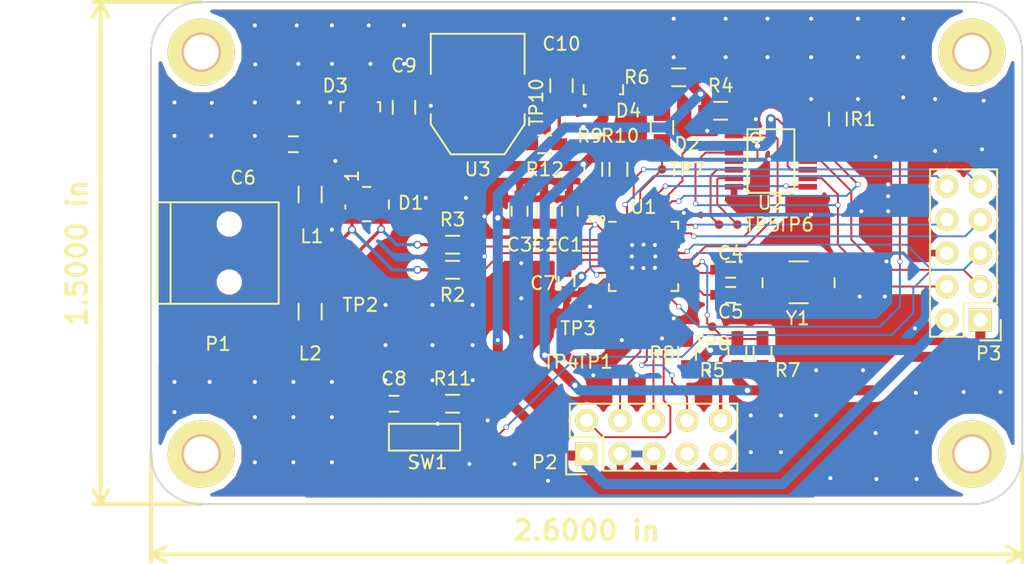
<source format=kicad_pcb>
(kicad_pcb (version 4) (host pcbnew 4.0.2+dfsg1-stable)
  (title_block (title OpenSDA) (date 2016-07-25) (rev "Rev A") (company Rerber))
  (layers (0 F.Cu signal) (31 B.Cu signal) (34 B.Paste user) (35 F.Paste user) (36 B.SilkS user) (37 F.SilkS user) (38 B.Mask user) (39 F.Mask user) (44 Edge.Cuts user))
  (net 0 "")
  (net 1 VDD)
  (net 2 GND)
  (net 3 "Net-(C4-Pad1)")
  (net 4 "Net-(C5-Pad1)")
  (net 5 VCC)
  (net 6 "Net-(C7-Pad1)")
  (net 7 /RST_TGTMCU)
  (net 8 /5V0)
  (net 9 /3V3)
  (net 10 "Net-(C10-Pad2)")
  (net 11 "Net-(D1-Pad2)")
  (net 12 "Net-(D1-Pad3)")
  (net 13 "Net-(D1-Pad4)")
  (net 14 "Net-(D2-Pad1)")
  (net 15 "Net-(D2-Pad2)")
  (net 16 "Net-(D3-Pad2)")
  (net 17 "Net-(D4-Pad2)")
  (net 18 "Net-(L2-Pad1)")
  (net 19 "Net-(P1-Pad4)")
  (net 20 /SDA_JTAG_TMS)
  (net 21 /SDA_JTAG_TCLK)
  (net 22 /SDA_JTAG_TDO)
  (net 23 "Net-(P2-Pad7)")
  (net 24 /SDA_JTAG_TDI)
  (net 25 "Net-(P2-Pad9)")
  (net 26 /SDA_RST)
  (net 27 "/SWD_CLK_TGTMCU ")
  (net 28 /SWD_DIO_TGTMCU)
  (net 29 /UART0_TX_TGTMCU)
  (net 30 /UART0_RX_TGTMCU)
  (net 31 /PIN1_TO_MCU)
  (net 32 /PIN2_TO_MCU)
  (net 33 /SDA_SWD_DI_CLK_EN)
  (net 34 "Net-(R2-Pad2)")
  (net 35 "Net-(R3-Pad1)")
  (net 36 /SDA_SWD_DO_EN)
  (net 37 /SDA_USB_P5V_SENSE)
  (net 38 /VBAT_TEST)
  (net 39 "Net-(TP3-Pad1)")
  (net 40 "Net-(TP4-Pad1)")
  (net 41 "Net-(TP5-Pad1)")
  (net 42 "Net-(TP6-Pad1)")
  (net 43 "Net-(U1-Pad22)")
  (net 44 "Net-(U1-Pad23)")
  (net 45 /SDA_SPI0_SCK)
  (net 46 /SDA_SPI0_SOUT)
  (net 47 /SDA_SPI0_SIN)
  (module miscellaneous:TEST_POINT (layer F.Cu) (at 148.59 101.6)
    (fp_text reference TP10 (at 0 2.54 270) (layer F.SilkS))
    (fp_text value TEST_POINT hide)
    (pad 1 smd circle (at 0 0) (size 0.65 0.65) (layers F.Cu F.Paste F.Mask) (net 9 /3V3))
  )
  (module miscellaneous:SW_SWD_2PINS (layer F.Cu) (at 136.525 129.54)
    (fp_text reference SW1 (at 3.81 1.905) (layer F.SilkS))
    (fp_text value SW_PUSH hide)
    (pad 1 smd rect (at 0 0) (size 1.25 1.25) (layers F.Cu F.Paste F.Mask) (net 2 GND))
    (pad 2 smd rect (at 7.2 0) (size 1.25 1.25) (layers F.Cu F.Paste F.Mask) (net 7 /RST_TGTMCU))
  )
  (module miscellaneous:TEST_POINT (layer F.Cu) (at 153.543 112.014)
    (fp_text reference TP9 (at -0.381 1.016) (layer F.SilkS) (effects (font (size 0.5 0.5) (thickness 0.125))))
    (fp_text value TEST_POINT hide)
    (pad 1 smd circle (at 0 0) (size 0.65 0.65) (layers F.Cu F.Paste F.Mask) (net 37 /SDA_USB_P5V_SENSE))
  )
  (module miscellaneous:TEST_POINT (layer F.Cu) (at 158.115 109.22)
    (fp_text reference TP7 (at 1.905 0) (layer F.SilkS))
    (fp_text value TEST_POINT hide)
    (pad 1 smd circle (at 0 0) (size 0.65 0.65) (layers F.Cu F.Paste F.Mask) (net 14 "Net-(D2-Pad1)"))
  )
  (module miscellaneous:TEST_POINT (layer F.Cu) (at 163.83 113.411)
    (fp_text reference TP6 (at 4.445 0) (layer F.SilkS))
    (fp_text value TEST_POINT hide)
    (pad 1 smd circle (at 0 0) (size 0.65 0.65) (layers F.Cu F.Paste F.Mask) (net 42 "Net-(TP6-Pad1)"))
  )
  (module miscellaneous:TEST_POINT (layer F.Cu) (at 162.433 113.411)
    (fp_text reference TP5 (at 3.302 0) (layer F.SilkS))
    (fp_text value TEST_POINT hide)
    (pad 1 smd circle (at 0 0) (size 0.65 0.65) (layers F.Cu F.Paste F.Mask) (net 41 "Net-(TP5-Pad1)"))
  )
  (module miscellaneous:SMD5032_4PINS (layer F.Cu) (at 170.307 116.713 180)
    (fp_text reference Y1 (at 1.905 -3.81 180) (layer F.SilkS))
    (fp_text value 8MHz hide)
    (pad 1 smd rect (at 0 0 180) (size 2 1.2) (layers F.Cu F.Paste F.Mask) (net 3 "Net-(C4-Pad1)"))
    (pad 2 smd rect (at 3.7 0 180) (size 2 1.2) (layers F.Cu F.Paste F.Mask) (net 2 GND))
    (pad 3 smd rect (at 3.7 -2.2 180) (size 2 1.2) (layers F.Cu F.Paste F.Mask) (net 4 "Net-(C5-Pad1)"))
    (pad 4 smd rect (at 0 -2.2 180) (size 2 1.2) (layers F.Cu F.Paste F.Mask) (net 2 GND))
  )
  (module miscellaneous:TEST_POINT (layer F.Cu) (at 161.925 121.158)
    (fp_text reference TP8 (at 0 1.27) (layer F.SilkS))
    (fp_text value TEST_POINT hide)
    (pad 1 smd circle (at 0 0) (size 0.65 0.65) (layers F.Cu F.Paste F.Mask) (net 26 /SDA_RST))
  )
  (module miscellaneous:TEST_POINT (layer F.Cu) (at 150.495 122.555)
    (fp_text reference TP4 (at 0 1.27) (layer F.SilkS))
    (fp_text value TEST_POINT hide)
    (pad 1 smd circle (at 0 0) (size 0.65 0.65) (layers F.Cu F.Paste F.Mask) (net 40 "Net-(TP4-Pad1)"))
  )
  (module miscellaneous:TEST_POINT (layer F.Cu) (at 151.765 122.555)
    (fp_text reference TP3 (at 0 -1.27) (layer F.SilkS))
    (fp_text value TEST_POINT hide)
    (pad 1 smd circle (at 0 0) (size 0.65 0.65) (layers F.Cu F.Paste F.Mask) (net 39 "Net-(TP3-Pad1)"))
  )
  (module miscellaneous:TEST_POINT (layer F.Cu) (at 135.255 117.602)
    (fp_text reference TP2 (at 0 1.905) (layer F.SilkS))
    (fp_text value TEST_POINT hide)
    (pad 1 smd circle (at 0 0) (size 0.65 0.65) (layers F.Cu F.Paste F.Mask) (net 19 "Net-(P1-Pad4)"))
  )
  (module miscellaneous:TEST_POINT (layer F.Cu) (at 153.035 122.555)
    (fp_text reference TP1 (at 0 1.27) (layer F.SilkS))
    (fp_text value TEST_POINT hide)
    (pad 1 smd circle (at 0 0) (size 0.65 0.65) (layers F.Cu F.Paste F.Mask) (net 38 /VBAT_TEST))
  )
  (module miscellaneous:TVLS14302AC0 (layer F.Cu) (at 134.62 111.125 270)
    (fp_text reference D1 (at 0.635 -4.445 360) (layer F.SilkS))
    (fp_text value TVLS14302AC0 hide)
    (fp_text user 1 (at -1.397 0 270) (layer F.SilkS))
    (pad 1 smd rect (at 0 0 270) (size 1.4 1.4) (layers F.Cu F.Paste F.Mask) (net 2 GND))
    (pad 2 smd rect (at 1.72 0 270) (size 1 1.4) (layers F.Cu F.Paste F.Mask) (net 11 "Net-(D1-Pad2)"))
    (pad 3 smd rect (at 1.72 -2.2 270) (size 1 1.4) (layers F.Cu F.Paste F.Mask) (net 12 "Net-(D1-Pad3)"))
    (pad 4 smd rect (at -0.2 -2.2 270) (size 1 1.4) (layers F.Cu F.Paste F.Mask) (net 13 "Net-(D1-Pad4)"))
  )
  (module TO_SOT_Packages_SMD:SOT-223 (layer F.Cu) (at 144.145 103.505 180)
    (fp_text reference U3 (at 0 -5.715 180) (layer F.SilkS))
    (fp_text value NCP1117ST33T3G hide)
    (pad 4 smd rect (at 0 -3.302 180) (size 3.6576 2.032) (layers F.Cu F.Paste F.Mask))
    (pad 2 smd rect (at 0 3.302 180) (size 1.016 2.032) (layers F.Cu F.Paste F.Mask) (net 9 /3V3))
    (pad 3 smd rect (at 2.286 3.302 180) (size 1.016 2.032) (layers F.Cu F.Paste F.Mask) (net 8 /5V0))
    (pad 1 smd rect (at -2.286 3.302 180) (size 1.016 2.032) (layers F.Cu F.Paste F.Mask) (net 2 GND))
  )
  (module SMD_Packages:SSOP-14 (layer F.Cu) (at 166.37 108.585 270)
    (fp_text reference U2 (at 3.175 0 360) (layer F.SilkS))
    (fp_text value 74LVC125A hide)
    (pad 1 smd rect (at -1.9304 2.794 270) (size 0.4318 1.397) (layers F.Cu F.Paste F.Mask) (net 36 /SDA_SWD_DO_EN))
    (pad 2 smd rect (at -1.2954 2.794 270) (size 0.4318 1.397) (layers F.Cu F.Paste F.Mask) (net 46 /SDA_SPI0_SOUT))
    (pad 3 smd rect (at -0.635 2.794 270) (size 0.4318 1.397) (layers F.Cu F.Paste F.Mask) (net 28 /SWD_DIO_TGTMCU))
    (pad 4 smd rect (at 0 2.794 270) (size 0.4318 1.397) (layers F.Cu F.Paste F.Mask) (net 1 VDD))
    (pad 5 smd rect (at 0.6604 2.794 270) (size 0.4318 1.397) (layers F.Cu F.Paste F.Mask) (net 41 "Net-(TP5-Pad1)"))
    (pad 6 smd rect (at 1.3081 2.794 270) (size 0.4318 1.397) (layers F.Cu F.Paste F.Mask) (net 42 "Net-(TP6-Pad1)"))
    (pad 7 smd rect (at 1.9558 2.794 270) (size 0.4318 1.397) (layers F.Cu F.Paste F.Mask) (net 2 GND))
    (pad 8 smd rect (at 1.9558 -2.794 270) (size 0.4318 1.397) (layers F.Cu F.Paste F.Mask) (net 47 /SDA_SPI0_SIN))
    (pad 9 smd rect (at 1.3081 -2.794 270) (size 0.4318 1.397) (layers F.Cu F.Paste F.Mask) (net 28 /SWD_DIO_TGTMCU))
    (pad 10 smd rect (at 0.6604 -2.794 270) (size 0.4318 1.397) (layers F.Cu F.Paste F.Mask) (net 33 /SDA_SWD_DI_CLK_EN))
    (pad 11 smd rect (at 0 -2.794 270) (size 0.4318 1.397) (layers F.Cu F.Paste F.Mask) (net 27 "/SWD_CLK_TGTMCU "))
    (pad 12 smd rect (at -0.6477 -2.794 270) (size 0.4318 1.397) (layers F.Cu F.Paste F.Mask) (net 45 /SDA_SPI0_SCK))
    (pad 13 smd rect (at -1.2954 -2.794 270) (size 0.4318 1.397) (layers F.Cu F.Paste F.Mask) (net 33 /SDA_SWD_DI_CLK_EN))
    (pad 14 smd rect (at -1.9431 -2.794 270) (size 0.4318 1.397) (layers F.Cu F.Paste F.Mask) (net 1 VDD))
  )
  (module Resistors_SMD:R_0603_HandSoldering (layer F.Cu) (at 149.225 107.315 180)
    (fp_text reference R12 (at 0 -1.905 360) (layer F.SilkS))
    (fp_text value 20M hide)
    (pad 1 smd rect (at -1.1 0 180) (size 1.2 0.9) (layers F.Cu F.Paste F.Mask) (net 10 "Net-(C10-Pad2)"))
    (pad 2 smd rect (at 1.1 0 180) (size 1.2 0.9) (layers F.Cu F.Paste F.Mask) (net 2 GND))
  )
  (module Resistors_SMD:R_0603_HandSoldering (layer F.Cu) (at 142.24 127 180)
    (fp_text reference R11 (at 0 1.905 180) (layer F.SilkS))
    (fp_text value 10K hide)
    (pad 1 smd rect (at -1.1 0 180) (size 1.2 0.9) (layers F.Cu F.Paste F.Mask) (net 1 VDD))
    (pad 2 smd rect (at 1.1 0 180) (size 1.2 0.9) (layers F.Cu F.Paste F.Mask) (net 7 /RST_TGTMCU))
  )
  (module Resistors_SMD:R_0603_HandSoldering (layer F.Cu) (at 154.813 109.22 90)
    (fp_text reference R10 (at 2.54 0.127 180) (layer F.SilkS))
    (fp_text value 10K hide)
    (pad 1 smd rect (at -1.1 0 90) (size 1.2 0.9) (layers F.Cu F.Paste F.Mask) (net 37 /SDA_USB_P5V_SENSE))
    (pad 2 smd rect (at 1.1 0 90) (size 1.2 0.9) (layers F.Cu F.Paste F.Mask) (net 2 GND))
  )
  (module Resistors_SMD:R_0603_HandSoldering (layer F.Cu) (at 152.908 109.22 270)
    (fp_text reference R9 (at -2.54 0.254 360) (layer F.SilkS))
    (fp_text value 4.7K hide)
    (pad 1 smd rect (at -1.1 0 270) (size 1.2 0.9) (layers F.Cu F.Paste F.Mask) (net 5 VCC))
    (pad 2 smd rect (at 1.1 0 270) (size 1.2 0.9) (layers F.Cu F.Paste F.Mask) (net 37 /SDA_USB_P5V_SENSE))
  )
  (module Resistors_SMD:R_0603_HandSoldering (layer F.Cu) (at 160.02 123.19 270)
    (fp_text reference R8 (at 0 1.905 360) (layer F.SilkS))
    (fp_text value 10K hide)
    (pad 1 smd rect (at -1.1 0 270) (size 1.2 0.9) (layers F.Cu F.Paste F.Mask) (net 20 /SDA_JTAG_TMS))
    (pad 2 smd rect (at 1.1 0 270) (size 1.2 0.9) (layers F.Cu F.Paste F.Mask) (net 1 VDD))
  )
  (module Resistors_SMD:R_0603_HandSoldering (layer F.Cu) (at 165.735 123.19 270)
    (fp_text reference R7 (at 1.27 -1.905 360) (layer F.SilkS))
    (fp_text value 10K hide)
    (pad 1 smd rect (at -1.1 0 270) (size 1.2 0.9) (layers F.Cu F.Paste F.Mask) (net 26 /SDA_RST))
    (pad 2 smd rect (at 1.1 0 270) (size 1.2 0.9) (layers F.Cu F.Paste F.Mask) (net 2 GND))
  )
  (module Resistors_SMD:R_0603_HandSoldering (layer F.Cu) (at 159.385 102.235 180)
    (fp_text reference R6 (at 3.175 0 180) (layer F.SilkS))
    (fp_text value 220R hide)
    (pad 1 smd rect (at -1.1 0 180) (size 1.2 0.9) (layers F.Cu F.Paste F.Mask) (net 1 VDD))
    (pad 2 smd rect (at 1.1 0 180) (size 1.2 0.9) (layers F.Cu F.Paste F.Mask) (net 15 "Net-(D2-Pad2)"))
  )
  (module Resistors_SMD:R_0603_HandSoldering (layer F.Cu) (at 163.83 123.19 90)
    (fp_text reference R5 (at -1.27 -1.905 360) (layer F.SilkS))
    (fp_text value 4.7K hide)
    (pad 1 smd rect (at -1.1 0 90) (size 1.2 0.9) (layers F.Cu F.Paste F.Mask) (net 5 VCC))
    (pad 2 smd rect (at 1.1 0 90) (size 1.2 0.9) (layers F.Cu F.Paste F.Mask) (net 26 /SDA_RST))
  )
  (module Resistors_SMD:R_0603_HandSoldering (layer F.Cu) (at 162.56 104.775)
    (fp_text reference R4 (at 0 -1.9) (layer F.SilkS))
    (fp_text value 10K hide)
    (pad 1 smd rect (at -1.1 0) (size 1.2 0.9) (layers F.Cu F.Paste F.Mask) (net 1 VDD))
    (pad 2 smd rect (at 1.1 0) (size 1.2 0.9) (layers F.Cu F.Paste F.Mask) (net 36 /SDA_SWD_DO_EN))
  )
  (module Resistors_SMD:R_0603_HandSoldering (layer F.Cu) (at 142.24 114.935 180)
    (fp_text reference R3 (at 0 1.905 180) (layer F.SilkS))
    (fp_text value 33R hide)
    (pad 1 smd rect (at -1.1 0 180) (size 1.2 0.9) (layers F.Cu F.Paste F.Mask) (net 35 "Net-(R3-Pad1)"))
    (pad 2 smd rect (at 1.1 0 180) (size 1.2 0.9) (layers F.Cu F.Paste F.Mask) (net 12 "Net-(D1-Pad3)"))
  )
  (module Resistors_SMD:R_0603_HandSoldering (layer F.Cu) (at 142.24 116.84)
    (fp_text reference R2 (at 0 1.905) (layer F.SilkS))
    (fp_text value 33R hide)
    (pad 1 smd rect (at -1.1 0) (size 1.2 0.9) (layers F.Cu F.Paste F.Mask) (net 11 "Net-(D1-Pad2)"))
    (pad 2 smd rect (at 1.1 0) (size 1.2 0.9) (layers F.Cu F.Paste F.Mask) (net 34 "Net-(R2-Pad2)"))
  )
  (module Resistors_SMD:R_0603_HandSoldering (layer F.Cu) (at 171.45 105.41 270)
    (fp_text reference R1 (at 0 -1.905 360) (layer F.SilkS))
    (fp_text value 10K hide)
    (pad 1 smd rect (at -1.1 0 270) (size 1.2 0.9) (layers F.Cu F.Paste F.Mask) (net 1 VDD))
    (pad 2 smd rect (at 1.1 0 270) (size 1.2 0.9) (layers F.Cu F.Paste F.Mask) (net 33 /SDA_SWD_DI_CLK_EN))
  )
  (module Pin_Headers:Pin_Header_Straight_2x05 (layer F.Cu) (at 182.245 120.65 180)
    (fp_text reference P3 (at -0.635 -2.54 180) (layer F.SilkS))
    (fp_text value CONN_02X05 hide)
    (pad 1 thru_hole rect (at 0 0 180) (size 1.7272 1.7272) (drill 1.016) (layers *.Cu *.Mask F.SilkS) (net 5 VCC))
    (pad 2 thru_hole oval (at 2.54 0 180) (size 1.7272 1.7272) (drill 1.016) (layers *.Cu *.Mask F.SilkS) (net 1 VDD))
    (pad 3 thru_hole oval (at 0 2.54 180) (size 1.7272 1.7272) (drill 1.016) (layers *.Cu *.Mask F.SilkS) (net 27 "/SWD_CLK_TGTMCU "))
    (pad 4 thru_hole oval (at 2.54 2.54 180) (size 1.7272 1.7272) (drill 1.016) (layers *.Cu *.Mask F.SilkS) (net 28 /SWD_DIO_TGTMCU))
    (pad 5 thru_hole oval (at 0 5.08 180) (size 1.7272 1.7272) (drill 1.016) (layers *.Cu *.Mask F.SilkS) (net 7 /RST_TGTMCU))
    (pad 6 thru_hole oval (at 2.54 5.08 180) (size 1.7272 1.7272) (drill 1.016) (layers *.Cu *.Mask F.SilkS) (net 2 GND))
    (pad 7 thru_hole oval (at 0 7.62 180) (size 1.7272 1.7272) (drill 1.016) (layers *.Cu *.Mask F.SilkS) (net 29 /UART0_TX_TGTMCU))
    (pad 8 thru_hole oval (at 2.54 7.62 180) (size 1.7272 1.7272) (drill 1.016) (layers *.Cu *.Mask F.SilkS) (net 30 /UART0_RX_TGTMCU))
    (pad 9 thru_hole oval (at 0 10.16 180) (size 1.7272 1.7272) (drill 1.016) (layers *.Cu *.Mask F.SilkS) (net 31 /PIN1_TO_MCU))
    (pad 10 thru_hole oval (at 2.54 10.16 180) (size 1.7272 1.7272) (drill 1.016) (layers *.Cu *.Mask F.SilkS) (net 32 /PIN2_TO_MCU))
  )
  (module Pin_Headers:Pin_Header_Straight_2x05 (layer F.Cu) (at 152.4 130.81 90)
    (fp_text reference P2 (at -0.635 -3.175 180) (layer F.SilkS))
    (fp_text value CONN_02X05 hide)
    (pad 1 thru_hole rect (at 0 0 90) (size 1.7272 1.7272) (drill 1.016) (layers *.Cu *.Mask F.SilkS) (net 1 VDD))
    (pad 2 thru_hole oval (at 2.54 0 90) (size 1.7272 1.7272) (drill 1.016) (layers *.Cu *.Mask F.SilkS) (net 20 /SDA_JTAG_TMS))
    (pad 3 thru_hole oval (at 0 2.54 90) (size 1.7272 1.7272) (drill 1.016) (layers *.Cu *.Mask F.SilkS) (net 2 GND))
    (pad 4 thru_hole oval (at 2.54 2.54 90) (size 1.7272 1.7272) (drill 1.016) (layers *.Cu *.Mask F.SilkS) (net 21 /SDA_JTAG_TCLK))
    (pad 5 thru_hole oval (at 0 5.08 90) (size 1.7272 1.7272) (drill 1.016) (layers *.Cu *.Mask F.SilkS) (net 2 GND))
    (pad 6 thru_hole oval (at 2.54 5.08 90) (size 1.7272 1.7272) (drill 1.016) (layers *.Cu *.Mask F.SilkS) (net 22 /SDA_JTAG_TDO))
    (pad 7 thru_hole oval (at 0 7.62 90) (size 1.7272 1.7272) (drill 1.016) (layers *.Cu *.Mask F.SilkS) (net 23 "Net-(P2-Pad7)"))
    (pad 8 thru_hole oval (at 2.54 7.62 90) (size 1.7272 1.7272) (drill 1.016) (layers *.Cu *.Mask F.SilkS) (net 24 /SDA_JTAG_TDI))
    (pad 9 thru_hole oval (at 0 10.16 90) (size 1.7272 1.7272) (drill 1.016) (layers *.Cu *.Mask F.SilkS) (net 25 "Net-(P2-Pad9)"))
    (pad 10 thru_hole oval (at 2.54 10.16 90) (size 1.7272 1.7272) (drill 1.016) (layers *.Cu *.Mask F.SilkS) (net 26 /SDA_RST))
  )
  (module Connect:USB_Mini-B (layer F.Cu) (at 124.46 115.57)
    (fp_text reference P1 (at 0 6.90118) (layer F.SilkS))
    (fp_text value USB_MICRO hide)
    (pad 1 smd rect (at 3.44932 -1.6002) (size 2.30124 0.50038) (layers F.Cu F.Paste F.Mask) (net 13 "Net-(D1-Pad4)"))
    (pad 2 smd rect (at 3.44932 -0.8001) (size 2.30124 0.50038) (layers F.Cu F.Paste F.Mask) (net 11 "Net-(D1-Pad2)"))
    (pad 3 smd rect (at 3.44932 0) (size 2.30124 0.50038) (layers F.Cu F.Paste F.Mask) (net 12 "Net-(D1-Pad3)"))
    (pad 4 smd rect (at 3.44932 0.8001) (size 2.30124 0.50038) (layers F.Cu F.Paste F.Mask) (net 19 "Net-(P1-Pad4)"))
    (pad 5 smd rect (at 3.44932 1.6002) (size 2.30124 0.50038) (layers F.Cu F.Paste F.Mask) (net 2 GND))
    (pad 6 smd rect (at 3.35026 -4.45008) (size 2.49936 1.99898) (layers F.Cu F.Paste F.Mask) (net 18 "Net-(L2-Pad1)"))
    (pad 6 smd rect (at -2.14884 -4.45008) (size 2.49936 1.99898) (layers F.Cu F.Paste F.Mask) (net 18 "Net-(L2-Pad1)"))
    (pad 6 smd rect (at 3.35026 4.45008) (size 2.49936 1.99898) (layers F.Cu F.Paste F.Mask) (net 18 "Net-(L2-Pad1)"))
    (pad 6 smd rect (at -2.14884 4.45008) (size 2.49936 1.99898) (layers F.Cu F.Paste F.Mask) (net 18 "Net-(L2-Pad1)"))
    (pad "" np_thru_hole circle (at 0.8509 -2.19964) (size 0.89916 0.89916) (drill 0.89916) (layers *.Cu *.Mask F.SilkS))
    (pad "" np_thru_hole circle (at 0.8509 2.19964) (size 0.89916 0.89916) (drill 0.89916) (layers *.Cu *.Mask F.SilkS))
  )
  (module Resistors_SMD:R_0805_HandSoldering (layer F.Cu) (at 131.445 120.015 90)
    (fp_text reference L2 (at -3.175 0 180) (layer F.SilkS))
    (fp_text value 330R hide)
    (pad 1 smd rect (at -1.35 0 90) (size 1.5 1.3) (layers F.Cu F.Paste F.Mask) (net 18 "Net-(L2-Pad1)"))
    (pad 2 smd rect (at 1.35 0 90) (size 1.5 1.3) (layers F.Cu F.Paste F.Mask) (net 2 GND))
  )
  (module Resistors_SMD:R_0805_HandSoldering (layer F.Cu) (at 131.445 111.125 90)
    (fp_text reference L1 (at -3.175 0.127 180) (layer F.SilkS))
    (fp_text value 330R hide)
    (pad 1 smd rect (at -1.35 0 90) (size 1.5 1.3) (layers F.Cu F.Paste F.Mask) (net 13 "Net-(D1-Pad4)"))
    (pad 2 smd rect (at 1.35 0 90) (size 1.5 1.3) (layers F.Cu F.Paste F.Mask) (net 5 VCC))
  )
  (module TO_SOT_Packages_SMD:SOT-23_Handsoldering (layer F.Cu) (at 153.67 102.87 180)
    (fp_text reference D4 (at -1.905 -1.905 180) (layer F.SilkS))
    (fp_text value BAT54C hide)
    (pad 1 smd rect (at -0.95 1.50114 180) (size 0.8001 1.80086) (layers F.Cu F.Paste F.Mask) (net 9 /3V3))
    (pad 2 smd rect (at 0.95 1.50114 180) (size 0.8001 1.80086) (layers F.Cu F.Paste F.Mask) (net 17 "Net-(D4-Pad2)"))
    (pad 3 smd rect (at 0 -1.50114 180) (size 0.8001 1.80086) (layers F.Cu F.Paste F.Mask) (net 1 VDD))
  )
  (module TO_SOT_Packages_SMD:SOT-23_Handsoldering (layer F.Cu) (at 135.255 104.775)
    (fp_text reference D3 (at -1.905 -1.905) (layer F.SilkS))
    (fp_text value BAT54C hide)
    (pad 1 smd rect (at -0.95 1.50114) (size 0.8001 1.80086) (layers F.Cu F.Paste F.Mask) (net 5 VCC))
    (pad 2 smd rect (at 0.95 1.50114) (size 0.8001 1.80086) (layers F.Cu F.Paste F.Mask) (net 16 "Net-(D3-Pad2)"))
    (pad 3 smd rect (at 0 -1.50114) (size 0.8001 1.80086) (layers F.Cu F.Paste F.Mask) (net 8 /5V0))
  )
  (module Capacitors_SMD:C_0805_HandSoldering (layer F.Cu) (at 158.115 106.045 90)
    (fp_text reference D2 (at -1.27 1.905 180) (layer F.SilkS))
    (fp_text value LED hide)
    (pad 1 smd rect (at -1.25 0 90) (size 1.5 1.25) (layers F.Cu F.Paste F.Mask) (net 14 "Net-(D2-Pad1)"))
    (pad 2 smd rect (at 1.25 0 90) (size 1.5 1.25) (layers F.Cu F.Paste F.Mask) (net 15 "Net-(D2-Pad2)"))
  )
  (module Capacitors_SMD:C_0805_HandSoldering (layer F.Cu) (at 150.495 102.87 270)
    (fp_text reference C10 (at -3.175 0 360) (layer F.SilkS))
    (fp_text value 10uF hide)
    (pad 1 smd rect (at -1.25 0 270) (size 1.5 1.25) (layers F.Cu F.Paste F.Mask) (net 9 /3V3))
    (pad 2 smd rect (at 1.25 0 270) (size 1.5 1.25) (layers F.Cu F.Paste F.Mask) (net 10 "Net-(C10-Pad2)"))
  )
  (module Capacitors_SMD:C_0805_HandSoldering (layer F.Cu) (at 138.557 104.521 270)
    (fp_text reference C9 (at -3.175 0 360) (layer F.SilkS))
    (fp_text value 10uF hide)
    (pad 1 smd rect (at -1.25 0 270) (size 1.5 1.25) (layers F.Cu F.Paste F.Mask) (net 8 /5V0))
    (pad 2 smd rect (at 1.25 0 270) (size 1.5 1.25) (layers F.Cu F.Paste F.Mask) (net 2 GND))
  )
  (module Capacitors_SMD:C_0603_HandSoldering (layer F.Cu) (at 137.795 127 180)
    (fp_text reference C8 (at 0 1.905 180) (layer F.SilkS))
    (fp_text value 1uF hide)
    (pad 1 smd rect (at -0.95 0 180) (size 1.2 0.75) (layers F.Cu F.Paste F.Mask) (net 7 /RST_TGTMCU))
    (pad 2 smd rect (at 0.95 0 180) (size 1.2 0.75) (layers F.Cu F.Paste F.Mask) (net 2 GND))
  )
  (module Capacitors_SMD:C_0603_HandSoldering (layer F.Cu) (at 150.876 117.729 270)
    (fp_text reference C7 (at 0.127 1.778 360) (layer F.SilkS))
    (fp_text value 2.2uF hide)
    (pad 1 smd rect (at -0.95 0 270) (size 1.2 0.75) (layers F.Cu F.Paste F.Mask) (net 6 "Net-(C7-Pad1)"))
    (pad 2 smd rect (at 0.95 0 270) (size 1.2 0.75) (layers F.Cu F.Paste F.Mask) (net 2 GND))
  )
  (module Capacitors_SMD:C_0603_HandSoldering (layer F.Cu) (at 130.175 107.315 180)
    (fp_text reference C6 (at 3.81 -2.54 180) (layer F.SilkS))
    (fp_text value 1uF hide)
    (pad 1 smd rect (at -0.95 0 180) (size 1.2 0.75) (layers F.Cu F.Paste F.Mask) (net 5 VCC))
    (pad 2 smd rect (at 0.95 0 180) (size 1.2 0.75) (layers F.Cu F.Paste F.Mask) (net 2 GND))
  )
  (module Capacitors_SMD:C_0603_HandSoldering (layer F.Cu) (at 163.322 118.745)
    (fp_text reference C5 (at 0 1.27) (layer F.SilkS))
    (fp_text value 22pF hide)
    (pad 1 smd rect (at -0.95 0) (size 1.2 0.75) (layers F.Cu F.Paste F.Mask) (net 4 "Net-(C5-Pad1)"))
    (pad 2 smd rect (at 0.95 0) (size 1.2 0.75) (layers F.Cu F.Paste F.Mask) (net 2 GND))
  )
  (module Capacitors_SMD:C_0603_HandSoldering (layer F.Cu) (at 163.322 116.84)
    (fp_text reference C4 (at 0 -1.27) (layer F.SilkS))
    (fp_text value 22pF hide)
    (pad 1 smd rect (at -0.95 0) (size 1.2 0.75) (layers F.Cu F.Paste F.Mask) (net 3 "Net-(C4-Pad1)"))
    (pad 2 smd rect (at 0.95 0) (size 1.2 0.75) (layers F.Cu F.Paste F.Mask) (net 2 GND))
  )
  (module Capacitors_SMD:C_0603_HandSoldering (layer F.Cu) (at 147.32 112.395 90)
    (fp_text reference C3 (at -2.54 0 180) (layer F.SilkS))
    (fp_text value 0.1uF hide)
    (pad 1 smd rect (at -0.95 0 90) (size 1.2 0.75) (layers F.Cu F.Paste F.Mask) (net 1 VDD))
    (pad 2 smd rect (at 0.95 0 90) (size 1.2 0.75) (layers F.Cu F.Paste F.Mask) (net 2 GND))
  )
  (module Capacitors_SMD:C_0603_HandSoldering (layer F.Cu) (at 149.225 112.395 90)
    (fp_text reference C2 (at -2.54 0 180) (layer F.SilkS))
    (fp_text value 1uF hide)
    (pad 1 smd rect (at -0.95 0 90) (size 1.2 0.75) (layers F.Cu F.Paste F.Mask) (net 1 VDD))
    (pad 2 smd rect (at 0.95 0 90) (size 1.2 0.75) (layers F.Cu F.Paste F.Mask) (net 2 GND))
  )
  (module Capacitors_SMD:C_0603_HandSoldering (layer F.Cu) (at 151.13 112.395 90)
    (fp_text reference C1 (at -2.54 0 180) (layer F.SilkS))
    (fp_text value 10uF hide)
    (pad 1 smd rect (at -0.95 0 90) (size 1.2 0.75) (layers F.Cu F.Paste F.Mask) (net 1 VDD))
    (pad 2 smd rect (at 0.95 0 90) (size 1.2 0.75) (layers F.Cu F.Paste F.Mask) (net 2 GND))
  )
  (module Housings_DFN_QFN:QFN-32-1EP_5x5mm_Pitch0.5mm (layer F.Cu) (at 156.718 115.824)
    (fp_text reference U1 (at 0 -3.75) (layer F.SilkS))
    (fp_text value MK20DX128VFM5 hide)
    (pad 1 smd rect (at -2.4 -1.75) (size 0.7 0.25) (layers F.Cu F.Paste F.Mask) (net 1 VDD))
    (pad 2 smd rect (at -2.4 -1.25) (size 0.7 0.25) (layers F.Cu F.Paste F.Mask) (net 2 GND))
    (pad 3 smd rect (at -2.4 -0.75) (size 0.7 0.25) (layers F.Cu F.Paste F.Mask) (net 35 "Net-(R3-Pad1)"))
    (pad 4 smd rect (at -2.4 -0.25) (size 0.7 0.25) (layers F.Cu F.Paste F.Mask) (net 34 "Net-(R2-Pad2)"))
    (pad 5 smd rect (at -2.4 0.25) (size 0.7 0.25) (layers F.Cu F.Paste F.Mask) (net 6 "Net-(C7-Pad1)"))
    (pad 6 smd rect (at -2.4 0.75) (size 0.7 0.25) (layers F.Cu F.Paste F.Mask) (net 5 VCC))
    (pad 7 smd rect (at -2.4 1.25) (size 0.7 0.25) (layers F.Cu F.Paste F.Mask) (net 1 VDD))
    (pad 8 smd rect (at -2.4 1.75) (size 0.7 0.25) (layers F.Cu F.Paste F.Mask) (net 2 GND))
    (pad 9 smd rect (at -1.75 2.4 90) (size 0.7 0.25) (layers F.Cu F.Paste F.Mask) (net 40 "Net-(TP4-Pad1)"))
    (pad 10 smd rect (at -1.25 2.4 90) (size 0.7 0.25) (layers F.Cu F.Paste F.Mask) (net 39 "Net-(TP3-Pad1)"))
    (pad 11 smd rect (at -0.75 2.4 90) (size 0.7 0.25) (layers F.Cu F.Paste F.Mask) (net 38 /VBAT_TEST))
    (pad 12 smd rect (at -0.25 2.4 90) (size 0.7 0.25) (layers F.Cu F.Paste F.Mask) (net 21 /SDA_JTAG_TCLK))
    (pad 13 smd rect (at 0.25 2.4 90) (size 0.7 0.25) (layers F.Cu F.Paste F.Mask) (net 24 /SDA_JTAG_TDI))
    (pad 14 smd rect (at 0.75 2.4 90) (size 0.7 0.25) (layers F.Cu F.Paste F.Mask) (net 22 /SDA_JTAG_TDO))
    (pad 15 smd rect (at 1.25 2.4 90) (size 0.7 0.25) (layers F.Cu F.Paste F.Mask) (net 20 /SDA_JTAG_TMS))
    (pad 16 smd rect (at 1.75 2.4 90) (size 0.7 0.25) (layers F.Cu F.Paste F.Mask) (net 33 /SDA_SWD_DI_CLK_EN))
    (pad 17 smd rect (at 2.4 1.75) (size 0.7 0.25) (layers F.Cu F.Paste F.Mask) (net 4 "Net-(C5-Pad1)"))
    (pad 18 smd rect (at 2.4 1.25) (size 0.7 0.25) (layers F.Cu F.Paste F.Mask) (net 3 "Net-(C4-Pad1)"))
    (pad 19 smd rect (at 2.4 0.75) (size 0.7 0.25) (layers F.Cu F.Paste F.Mask) (net 26 /SDA_RST))
    (pad 20 smd rect (at 2.4 0.25) (size 0.7 0.25) (layers F.Cu F.Paste F.Mask) (net 36 /SDA_SWD_DO_EN))
    (pad 21 smd rect (at 2.4 -0.25) (size 0.7 0.25) (layers F.Cu F.Paste F.Mask) (net 7 /RST_TGTMCU))
    (pad 22 smd rect (at 2.4 -0.75) (size 0.7 0.25) (layers F.Cu F.Paste F.Mask) (net 43 "Net-(U1-Pad22)"))
    (pad 23 smd rect (at 2.4 -1.25) (size 0.7 0.25) (layers F.Cu F.Paste F.Mask) (net 44 "Net-(U1-Pad23)"))
    (pad 24 smd rect (at 2.4 -1.75) (size 0.7 0.25) (layers F.Cu F.Paste F.Mask) (net 29 /UART0_TX_TGTMCU))
    (pad 25 smd rect (at 1.75 -2.4 90) (size 0.7 0.25) (layers F.Cu F.Paste F.Mask) (net 30 /UART0_RX_TGTMCU))
    (pad 26 smd rect (at 1.25 -2.4 90) (size 0.7 0.25) (layers F.Cu F.Paste F.Mask) (net 45 /SDA_SPI0_SCK))
    (pad 27 smd rect (at 0.75 -2.4 90) (size 0.7 0.25) (layers F.Cu F.Paste F.Mask) (net 46 /SDA_SPI0_SOUT))
    (pad 28 smd rect (at 0.25 -2.4 90) (size 0.7 0.25) (layers F.Cu F.Paste F.Mask) (net 47 /SDA_SPI0_SIN))
    (pad 29 smd rect (at -0.25 -2.4 90) (size 0.7 0.25) (layers F.Cu F.Paste F.Mask) (net 14 "Net-(D2-Pad1)"))
    (pad 30 smd rect (at -0.75 -2.4 90) (size 0.7 0.25) (layers F.Cu F.Paste F.Mask) (net 31 /PIN1_TO_MCU))
    (pad 31 smd rect (at -1.25 -2.4 90) (size 0.7 0.25) (layers F.Cu F.Paste F.Mask) (net 32 /PIN2_TO_MCU))
    (pad 32 smd rect (at -1.75 -2.4 90) (size 0.7 0.25) (layers F.Cu F.Paste F.Mask) (net 37 /SDA_USB_P5V_SENSE))
    (pad 33 smd rect (at 0.8625 0.8625) (size 1.725 1.725) (layers F.Cu F.Paste F.Mask) (net 2 GND))
    (pad 33 smd rect (at 0.8625 -0.8625) (size 1.725 1.725) (layers F.Cu F.Paste F.Mask) (net 2 GND))
    (pad 33 smd rect (at -0.8625 0.8625) (size 1.725 1.725) (layers F.Cu F.Paste F.Mask) (net 2 GND))
    (pad 33 smd rect (at -0.8625 -0.8625) (size 1.725 1.725) (layers F.Cu F.Paste F.Mask) (net 2 GND))
  )
  (module miscellaneous:Mechanical_Holes (layer F.Cu) (at 181.61 100.33)
    (fp_text reference REF** hide)
    (fp_text value Mechanical_Holes hide)
    (pad "" np_thru_hole circle (at 0 0) (size 5.08 5.08) (drill 2.54) (layers *.Cu *.Mask F.SilkS))
  )
  (module miscellaneous:Mechanical_Holes (layer F.Cu) (at 181.61 130.81)
    (fp_text reference REF** hide)
    (fp_text value Mechanical_Holes hide)
    (pad "" np_thru_hole circle (at 0 0) (size 5.08 5.08) (drill 2.54) (layers *.Cu *.Mask F.SilkS))
  )
  (module miscellaneous:Mechanical_Holes (layer F.Cu) (at 123.19 130.81)
    (fp_text reference REF** hide)
    (fp_text value Mechanical_Holes hide)
    (pad "" np_thru_hole circle (at 0 0) (size 5.08 5.08) (drill 2.54) (layers *.Cu *.Mask F.SilkS))
  )
  (module miscellaneous:Mechanical_Holes (layer F.Cu) (at 123.19 100.33)
    (fp_text reference REF** hide)
    (fp_text value Mechanical_Holes hide)
    (pad "" np_thru_hole circle (at 0 0) (size 5.08 5.08) (drill 2.54) (layers *.Cu *.Mask F.SilkS))
  )
  (dimension 38.1 (width 0.3) (layer F.SilkS) (gr_text "38.100 mm" (at 114.22 115.57 270) (layer F.SilkS) (effects (font (size 1.5 1.5) (thickness 0.3)))) (feature1 (pts (xy 123.19 134.62) (xy 112.87 134.62))) (feature2 (pts (xy 123.19 96.52) (xy 112.87 96.52))) (crossbar (pts (xy 115.57 96.52) (xy 115.57 134.62))) (arrow1a (pts (xy 115.57 134.62) (xy 114.983579 133.493496))) (arrow1b (pts (xy 115.57 134.62) (xy 116.156421 133.493496))) (arrow2a (pts (xy 115.57 96.52) (xy 114.983579 97.646504))) (arrow2b (pts (xy 115.57 96.52) (xy 116.156421 97.646504))))
  (dimension 66.04 (width 0.3) (layer F.SilkS) (gr_text "66.040 mm" (at 152.4 139.78) (layer F.SilkS) (effects (font (size 1.5 1.5) (thickness 0.3)))) (feature1 (pts (xy 185.42 130.81) (xy 185.42 141.13))) (feature2 (pts (xy 119.38 130.81) (xy 119.38 141.13))) (crossbar (pts (xy 119.38 138.43) (xy 185.42 138.43))) (arrow1a (pts (xy 185.42 138.43) (xy 184.293496 139.016421))) (arrow1b (pts (xy 185.42 138.43) (xy 184.293496 137.843579))) (arrow2a (pts (xy 119.38 138.43) (xy 120.506504 139.016421))) (arrow2b (pts (xy 119.38 138.43) (xy 120.506504 137.843579))))
  (gr_line (start 181.61 134.62) (end 173.99 134.62) (angle 90) (layer Edge.Cuts) (width 0.15))
  (gr_line (start 185.42 130.81) (end 185.42 124.46) (angle 90) (layer Edge.Cuts) (width 0.15))
  (gr_arc (start 181.61 130.81) (end 185.42 130.81) (angle 90) (layer Edge.Cuts) (width 0.15))
  (gr_line (start 181.61 96.52) (end 173.99 96.52) (angle 90) (layer Edge.Cuts) (width 0.15))
  (gr_line (start 185.42 100.33) (end 185.42 105.41) (angle 90) (layer Edge.Cuts) (width 0.15))
  (gr_arc (start 181.61 100.33) (end 181.61 96.52) (angle 90) (layer Edge.Cuts) (width 0.15))
  (gr_line (start 119.38 100.33) (end 119.38 101.6) (angle 90) (layer Edge.Cuts) (width 0.15))
  (gr_line (start 123.19 96.52) (end 127 96.52) (angle 90) (layer Edge.Cuts) (width 0.15))
  (gr_arc (start 123.19 100.33) (end 119.38 100.33) (angle 90) (layer Edge.Cuts) (width 0.15))
  (gr_line (start 119.38 130.81) (end 119.38 129.54) (angle 90) (layer Edge.Cuts) (width 0.15))
  (gr_line (start 125.73 134.62) (end 123.19 134.62) (angle 90) (layer Edge.Cuts) (width 0.15))
  (gr_arc (start 123.19 130.81) (end 123.19 134.62) (angle 90) (layer Edge.Cuts) (width 0.15))
  (gr_line (start 132.08 134.62) (end 125.73 134.62) (angle 90) (layer Edge.Cuts) (width 0.15))
  (gr_line (start 132.08 134.62) (end 173.99 134.62) (angle 90) (layer Edge.Cuts) (width 0.15))
  (gr_line (start 185.42 105.41) (end 185.42 124.46) (angle 90) (layer Edge.Cuts) (width 0.15))
  (gr_line (start 142.24 96.52) (end 173.99 96.52) (angle 90) (layer Edge.Cuts) (width 0.15))
  (gr_line (start 142.24 96.52) (end 127 96.52) (angle 90) (layer Edge.Cuts) (width 0.15))
  (gr_line (start 119.38 101.6) (end 119.38 129.54) (angle 90) (layer Edge.Cuts) (width 0.15))
  (segment (start 166.624 113.861568) (end 166.497 113.861568) (width 0.127) (layer B.Cu) (net 0))
  (segment (start 168.2369 106.6419) (end 168.1099 106.6419) (width 0.14986) (layer F.Cu) (net 1))
  (segment (start 168.275 106.6419) (end 168.2369 106.6419) (width 0.14986) (layer F.Cu) (net 1))
  (segment (start 169.164 106.6419) (end 168.275 106.6419) (width 0.14986) (layer F.Cu) (net 1))
  (segment (start 165.862 107.442) (end 166.37 106.934) (width 0.762) (layer B.Cu) (net 1))
  (segment (start 166.37 106.934) (end 166.37 105.41) (width 0.762) (layer B.Cu) (net 1))
  (via (at 166.37 105.41) (size 0.6) (drill 0.4) (layers F.Cu B.Cu) (net 1))
  (segment (start 165.862 107.442) (end 165.354 107.442) (width 0.762) (layer B.Cu) (net 1))
  (segment (start 166.878 105.41) (end 166.37 105.41) (width 0.14986) (layer F.Cu) (net 1))
  (segment (start 168.1099 106.6419) (end 166.878 105.41) (width 0.14986) (layer F.Cu) (net 1))
  (segment (start 165.354 108.331) (end 165.354 107.442) (width 0.14986) (layer F.Cu) (net 1))
  (via (at 165.354 107.442) (size 0.6) (drill 0.4) (layers F.Cu B.Cu) (net 1))
  (segment (start 163.576 108.585) (end 165.1 108.585) (width 0.14986) (layer F.Cu) (net 1))
  (segment (start 165.1 108.585) (end 165.354 108.331) (width 0.14986) (layer F.Cu) (net 1))
  (segment (start 159.893 107.442) (end 165.354 107.442) (width 0.762) (layer B.Cu) (net 1))
  (segment (start 159.893 107.442) (end 158.496 106.045) (width 0.762) (layer B.Cu) (net 1))
  (segment (start 153.309 117.074) (end 153.162 117.221) (width 0.14986) (layer F.Cu) (net 1))
  (segment (start 160.02 124.29) (end 160.444 124.29) (width 0.762) (layer F.Cu) (net 1))
  (segment (start 160.444 124.29) (end 161.798 122.936) (width 0.762) (layer F.Cu) (net 1))
  (via (at 161.798 122.936) (size 0.6) (drill 0.4) (layers F.Cu B.Cu) (net 1))
  (segment (start 161.798 122.936) (end 177.419 122.936) (width 0.762) (layer B.Cu) (net 1))
  (segment (start 152.4 130.81) (end 152.4 131.699) (width 0.762) (layer B.Cu) (net 1))
  (segment (start 167.259 133.096) (end 174.371 125.984) (width 0.762) (layer B.Cu) (net 1))
  (segment (start 174.371 125.984) (end 177.292 123.063) (width 0.762) (layer B.Cu) (net 1))
  (segment (start 177.292 123.063) (end 179.705 120.65) (width 0.762) (layer B.Cu) (net 1))
  (segment (start 153.797 133.096) (end 167.259 133.096) (width 0.762) (layer B.Cu) (net 1))
  (segment (start 152.4 131.699) (end 153.797 133.096) (width 0.762) (layer B.Cu) (net 1))
  (segment (start 169.164 106.6419) (end 170.0911 106.6419) (width 0.14986) (layer F.Cu) (net 1))
  (segment (start 170.434 105.326) (end 171.45 104.31) (width 0.14986) (layer F.Cu) (net 1))
  (segment (start 170.434 106.299) (end 170.434 105.326) (width 0.14986) (layer F.Cu) (net 1))
  (segment (start 170.0911 106.6419) (end 170.434 106.299) (width 0.14986) (layer F.Cu) (net 1))
  (segment (start 161.036 103.505) (end 160.528 102.997) (width 0.762) (layer F.Cu) (net 1))
  (segment (start 160.528 102.997) (end 160.528 102.278) (width 0.762) (layer F.Cu) (net 1))
  (segment (start 160.528 102.278) (end 160.485 102.235) (width 0.762) (layer F.Cu) (net 1))
  (segment (start 157.607 106.045) (end 158.496 106.045) (width 0.762) (layer B.Cu) (net 1))
  (segment (start 152.146 106.045) (end 157.607 106.045) (width 0.762) (layer B.Cu) (net 1))
  (segment (start 161.46 103.929) (end 161.46 104.775) (width 0.762) (layer F.Cu) (net 1))
  (segment (start 161.036 103.505) (end 161.46 103.929) (width 0.762) (layer F.Cu) (net 1))
  (via (at 161.036 103.505) (size 0.6) (drill 0.4) (layers F.Cu B.Cu) (net 1))
  (segment (start 158.496 106.045) (end 161.036 103.505) (width 0.762) (layer B.Cu) (net 1))
  (segment (start 145.669 125.984) (end 148.717 129.032) (width 0.762) (layer F.Cu) (net 1))
  (segment (start 150.622 130.937) (end 152.273 130.937) (width 0.762) (layer F.Cu) (net 1))
  (segment (start 148.717 129.032) (end 150.622 130.937) (width 0.762) (layer F.Cu) (net 1))
  (segment (start 152.273 130.937) (end 152.4 130.81) (width 0.762) (layer F.Cu) (net 1))
  (segment (start 145.669 112.903) (end 145.669 122.174) (width 0.762) (layer B.Cu) (net 1))
  (segment (start 144.653 127) (end 143.34 127) (width 0.762) (layer F.Cu) (net 1))
  (segment (start 145.669 125.984) (end 144.653 127) (width 0.762) (layer F.Cu) (net 1))
  (segment (start 145.669 122.174) (end 145.669 125.984) (width 0.762) (layer F.Cu) (net 1))
  (via (at 145.669 122.174) (size 0.4) (drill 0.3) (layers F.Cu B.Cu) (net 1))
  (segment (start 152.654 114.046) (end 152.654 113.792) (width 0.14986) (layer B.Cu) (net 1))
  (via (at 153.162 117.221) (size 0.4) (drill 0.3) (layers F.Cu B.Cu) (net 1))
  (segment (start 153.162 117.221) (end 152.654 116.713) (width 0.14986) (layer B.Cu) (net 1))
  (segment (start 152.654 116.713) (end 152.654 114.046) (width 0.14986) (layer B.Cu) (net 1))
  (via (at 153.035 113.411) (size 0.4) (drill 0.3) (layers F.Cu B.Cu) (net 1))
  (segment (start 153.035 113.345) (end 153.035 113.411) (width 0.14986) (layer F.Cu) (net 1))
  (segment (start 153.309 117.074) (end 154.318 117.074) (width 0.14986) (layer F.Cu) (net 1))
  (segment (start 152.654 113.792) (end 153.035 113.411) (width 0.14986) (layer B.Cu) (net 1))
  (segment (start 151.13 113.345) (end 153.035 113.345) (width 0.14986) (layer F.Cu) (net 1))
  (segment (start 153.035 113.345) (end 153.096 113.345) (width 0.14986) (layer F.Cu) (net 1))
  (segment (start 153.825 114.074) (end 154.318 114.074) (width 0.14986) (layer F.Cu) (net 1))
  (segment (start 153.096 113.345) (end 153.825 114.074) (width 0.14986) (layer F.Cu) (net 1))
  (segment (start 149.225 113.345) (end 151.13 113.345) (width 0.762) (layer F.Cu) (net 1))
  (segment (start 147.32 113.345) (end 149.225 113.345) (width 0.762) (layer F.Cu) (net 1))
  (segment (start 145.669 112.903) (end 146.111 113.345) (width 0.762) (layer F.Cu) (net 1))
  (segment (start 146.111 113.345) (end 147.32 113.345) (width 0.762) (layer F.Cu) (net 1))
  (segment (start 152.146 106.045) (end 150.749 106.045) (width 0.762) (layer B.Cu) (net 1))
  (segment (start 150.749 106.045) (end 145.669 111.125) (width 0.762) (layer B.Cu) (net 1))
  (segment (start 145.669 111.125) (end 145.669 112.903) (width 0.762) (layer B.Cu) (net 1))
  (segment (start 153.67 104.37114) (end 153.67 105.41) (width 0.762) (layer F.Cu) (net 1))
  (segment (start 153.67 105.41) (end 153.035 106.045) (width 0.762) (layer F.Cu) (net 1))
  (segment (start 153.035 106.045) (end 152.146 106.045) (width 0.762) (layer F.Cu) (net 1))
  (segment (start 146.111 113.345) (end 147.32 113.345) (width 0.45) (layer F.Cu) (net 1))
  (via (at 145.669 112.903) (size 0.6) (drill 0.4) (layers F.Cu B.Cu) (net 1))
  (segment (start 145.669 111.125) (end 145.669 112.903) (width 0.45) (layer B.Cu) (net 1))
  (segment (start 150.749 106.045) (end 145.669 111.125) (width 0.45) (layer B.Cu) (net 1))
  (via (at 152.146 106.045) (size 0.6) (drill 0.4) (layers F.Cu B.Cu) (net 1))
  (segment (start 153.035 106.045) (end 152.146 106.045) (width 0.45) (layer F.Cu) (net 1))
  (segment (start 153.67 105.41) (end 153.035 106.045) (width 0.45) (layer F.Cu) (net 1))
  (segment (start 175.26 112.395) (end 175.26 111.252) (width 0.25) (layer B.Cu) (net 2))
  (segment (start 175.26 110.363) (end 175.26 109.22) (width 0.25) (layer F.Cu) (net 2))
  (via (at 175.26 110.363) (size 0.4) (drill 0.3) (layers F.Cu B.Cu) (net 2))
  (segment (start 175.26 111.252) (end 175.26 110.363) (width 0.25) (layer F.Cu) (net 2))
  (via (at 175.26 111.252) (size 0.4) (drill 0.3) (layers F.Cu B.Cu) (net 2))
  (segment (start 175.26 109.22) (end 174.3075 108.2675) (width 0.25) (layer F.Cu) (net 2))
  (segment (start 177.292 121.158) (end 177.292 121.285) (width 0.25) (layer F.Cu) (net 2))
  (via (at 177.292 121.285) (size 0.4) (drill 0.3) (layers F.Cu B.Cu) (net 2))
  (segment (start 178.181 120.396) (end 178.181 119.507) (width 0.25) (layer B.Cu) (net 2))
  (segment (start 177.292 121.285) (end 178.181 120.396) (width 0.25) (layer B.Cu) (net 2))
  (segment (start 177.038 116.205) (end 177.038 117.348) (width 0.25) (layer B.Cu) (net 2))
  (segment (start 177.038 117.348) (end 176.911 117.475) (width 0.25) (layer B.Cu) (net 2))
  (segment (start 166.116 100.711) (end 166.116 101.854) (width 0.14986) (layer F.Cu) (net 2))
  (segment (start 159.766 105.918) (end 159.766 105.029) (width 0.14986) (layer F.Cu) (net 2))
  (segment (start 160.147 106.299) (end 159.766 105.918) (width 0.14986) (layer F.Cu) (net 2))
  (segment (start 161.544 106.299) (end 160.147 106.299) (width 0.14986) (layer F.Cu) (net 2))
  (via (at 161.544 106.299) (size 0.4) (drill 0.3) (layers F.Cu B.Cu) (net 2))
  (segment (start 161.925 105.918) (end 161.544 106.299) (width 0.14986) (layer B.Cu) (net 2))
  (segment (start 164.719 105.918) (end 161.925 105.918) (width 0.14986) (layer B.Cu) (net 2))
  (segment (start 165.227 105.41) (end 164.719 105.918) (width 0.14986) (layer B.Cu) (net 2))
  (via (at 165.227 105.41) (size 0.4) (drill 0.3) (layers F.Cu B.Cu) (net 2))
  (segment (start 165.227 102.743) (end 165.227 105.41) (width 0.14986) (layer F.Cu) (net 2))
  (segment (start 166.116 101.854) (end 165.227 102.743) (width 0.14986) (layer F.Cu) (net 2))
  (segment (start 152.654 97.79) (end 152.654 104.013) (width 0.25) (layer B.Cu) (net 2))
  (segment (start 152.273 104.394) (end 152.273 103.505) (width 0.25) (layer F.Cu) (net 2))
  (via (at 152.273 104.394) (size 0.4) (drill 0.3) (layers F.Cu B.Cu) (net 2))
  (segment (start 152.654 104.013) (end 152.273 104.394) (width 0.25) (layer B.Cu) (net 2))
  (segment (start 132.969 104.14) (end 132.969 108.204) (width 0.25) (layer B.Cu) (net 2))
  (segment (start 133.35 108.585) (end 133.858 108.585) (width 0.25) (layer F.Cu) (net 2))
  (via (at 133.35 108.585) (size 0.4) (drill 0.3) (layers F.Cu B.Cu) (net 2))
  (segment (start 132.969 108.204) (end 133.35 108.585) (width 0.25) (layer B.Cu) (net 2))
  (segment (start 146.939 131.572) (end 144.907 131.572) (width 0.25) (layer B.Cu) (net 2))
  (via (at 141.097 128.524) (size 0.4) (drill 0.3) (layers F.Cu B.Cu) (net 2))
  (segment (start 141.224 128.397) (end 141.097 128.524) (width 0.25) (layer F.Cu) (net 2))
  (segment (start 144.78 128.397) (end 141.224 128.397) (width 0.25) (layer F.Cu) (net 2))
  (segment (start 144.907 128.27) (end 144.78 128.397) (width 0.25) (layer F.Cu) (net 2))
  (via (at 144.907 128.27) (size 0.4) (drill 0.3) (layers F.Cu B.Cu) (net 2))
  (segment (start 144.907 131.572) (end 144.907 128.27) (width 0.25) (layer B.Cu) (net 2))
  (segment (start 158.115 122.047) (end 158.115 121.990138) (width 0.14986) (layer F.Cu) (net 2))
  (segment (start 159.004 121.158) (end 158.115 122.047) (width 0.25) (layer B.Cu) (net 2))
  (via (at 158.115 122.047) (size 0.4) (drill 0.3) (layers F.Cu B.Cu) (net 2))
  (segment (start 155.067 122.174) (end 155.067 121.412) (width 0.25) (layer B.Cu) (net 2))
  (via (at 159.004 120.523) (size 0.4) (drill 0.3) (layers F.Cu B.Cu) (net 2))
  (segment (start 155.956 120.523) (end 159.004 120.523) (width 0.25) (layer B.Cu) (net 2))
  (segment (start 155.067 121.412) (end 155.956 120.523) (width 0.25) (layer B.Cu) (net 2))
  (segment (start 159.004 120.523) (end 159.004 121.158) (width 0.25) (layer B.Cu) (net 2))
  (segment (start 169.799 124.46) (end 161.798 124.46) (width 0.14986) (layer B.Cu) (net 2))
  (segment (start 161.29 124.968) (end 161.29 126.238) (width 0.14986) (layer F.Cu) (net 2))
  (segment (start 161.671 124.587) (end 161.29 124.968) (width 0.14986) (layer F.Cu) (net 2))
  (via (at 161.671 124.587) (size 0.4) (drill 0.3) (layers F.Cu B.Cu) (net 2))
  (segment (start 161.798 124.46) (end 161.671 124.587) (width 0.14986) (layer B.Cu) (net 2))
  (via (at 174.3075 108.2675) (size 0.4) (drill 0.3) (layers F.Cu B.Cu) (net 2))
  (segment (start 174.244 108.331) (end 174.3075 108.2675) (width 0.25) (layer B.Cu) (net 2))
  (segment (start 174.244 108.331) (end 171.958 108.331) (width 0.25) (layer B.Cu) (net 2))
  (segment (start 174.3075 108.2675) (end 174.117 108.077) (width 0.25) (layer F.Cu) (net 2))
  (via (at 173.228 112.395) (size 0.4) (drill 0.3) (layers F.Cu B.Cu) (net 2))
  (segment (start 169.418 112.649) (end 169.418 112.014) (width 0.14986) (layer F.Cu) (net 2))
  (segment (start 169.418 112.014) (end 169.926 111.506) (width 0.14986) (layer F.Cu) (net 2))
  (via (at 169.418 112.649) (size 0.4) (drill 0.3) (layers F.Cu B.Cu) (net 2))
  (segment (start 168.275 113.792) (end 169.418 112.649) (width 0.14986) (layer F.Cu) (net 2))
  (via (at 159.766 112.522) (size 0.4) (drill 0.3) (layers F.Cu B.Cu) (net 2))
  (segment (start 172.212 112.395) (end 171.958 112.649) (width 0.14986) (layer B.Cu) (net 2))
  (segment (start 171.958 112.649) (end 169.418 112.649) (width 0.14986) (layer B.Cu) (net 2))
  (segment (start 169.418 112.649) (end 159.893 112.649) (width 0.14986) (layer B.Cu) (net 2))
  (segment (start 159.893 112.649) (end 159.766 112.522) (width 0.14986) (layer B.Cu) (net 2))
  (segment (start 173.228 112.395) (end 172.212 112.395) (width 0.14986) (layer B.Cu) (net 2))
  (segment (start 159.766 112.522) (end 159.004 112.522) (width 0.14986) (layer F.Cu) (net 2))
  (segment (start 144.653 112.776) (end 143.256 111.379) (width 0.14986) (layer F.Cu) (net 2))
  (via (at 140.208 111.379) (size 0.4) (drill 0.3) (layers F.Cu B.Cu) (net 2))
  (segment (start 143.256 111.379) (end 140.208 111.379) (width 0.14986) (layer B.Cu) (net 2))
  (via (at 143.256 111.379) (size 0.4) (drill 0.3) (layers F.Cu B.Cu) (net 2))
  (segment (start 147.447 125.222) (end 147.447 121.92) (width 0.25) (layer B.Cu) (net 2))
  (via (at 147.447 116.332) (size 0.4) (drill 0.3) (layers F.Cu B.Cu) (net 2))
  (segment (start 147.447 118.999) (end 147.447 116.332) (width 0.25) (layer B.Cu) (net 2))
  (via (at 147.447 118.999) (size 0.4) (drill 0.3) (layers F.Cu B.Cu) (net 2))
  (segment (start 147.447 121.92) (end 147.447 118.999) (width 0.25) (layer F.Cu) (net 2))
  (via (at 147.447 121.92) (size 0.4) (drill 0.3) (layers F.Cu B.Cu) (net 2))
  (segment (start 155.067 122.174) (end 155.067 121.412) (width 0.25) (layer F.Cu) (net 2))
  (segment (start 155.067 121.412) (end 155.956 120.523) (width 0.25) (layer F.Cu) (net 2))
  (segment (start 175.26 112.395) (end 173.228 112.395) (width 0.25) (layer B.Cu) (net 2))
  (via (at 175.26 112.395) (size 0.4) (drill 0.3) (layers F.Cu B.Cu) (net 2))
  (segment (start 175.26 116.078) (end 175.26 112.395) (width 0.25) (layer F.Cu) (net 2))
  (segment (start 175.133 116.205) (end 175.26 116.078) (width 0.25) (layer F.Cu) (net 2))
  (via (at 175.133 116.205) (size 0.4) (drill 0.3) (layers F.Cu B.Cu) (net 2))
  (segment (start 175.133 116.205) (end 175.133 116.078) (width 0.25) (layer B.Cu) (net 2))
  (segment (start 177.038 116.205) (end 177.038 117.221) (width 0.25) (layer B.Cu) (net 2))
  (segment (start 176.403 115.57) (end 177.038 116.205) (width 0.25) (layer B.Cu) (net 2))
  (segment (start 175.641 115.57) (end 176.403 115.57) (width 0.25) (layer B.Cu) (net 2))
  (segment (start 175.133 116.078) (end 175.641 115.57) (width 0.25) (layer B.Cu) (net 2))
  (segment (start 173.355 124.46) (end 174.117 124.46) (width 0.25) (layer F.Cu) (net 2))
  (via (at 169.799 124.46) (size 0.4) (drill 0.3) (layers F.Cu B.Cu) (net 2))
  (segment (start 169.799 124.46) (end 173.355 124.46) (width 0.25) (layer F.Cu) (net 2))
  (via (at 173.355 124.46) (size 0.4) (drill 0.3) (layers F.Cu B.Cu) (net 2))
  (segment (start 169.799 127.889) (end 169.799 124.46) (width 0.25) (layer B.Cu) (net 2))
  (segment (start 175.006 118.872) (end 173.101 118.872) (width 0.25) (layer B.Cu) (net 2))
  (via (at 175.006 118.872) (size 0.4) (drill 0.3) (layers F.Cu B.Cu) (net 2))
  (segment (start 177.292 121.158) (end 175.006 118.872) (width 0.25) (layer F.Cu) (net 2))
  (segment (start 174.117 124.46) (end 177.292 121.285) (width 0.25) (layer F.Cu) (net 2))
  (segment (start 152.654 121.158) (end 154.051 121.158) (width 0.25) (layer B.Cu) (net 2))
  (via (at 156.21 124.841) (size 0.4) (drill 0.3) (layers F.Cu B.Cu) (net 2))
  (segment (start 152.908 124.841) (end 156.21 124.841) (width 0.25) (layer B.Cu) (net 2))
  (via (at 152.908 124.841) (size 0.4) (drill 0.3) (layers F.Cu B.Cu) (net 2))
  (segment (start 153.035 124.841) (end 152.908 124.841) (width 0.25) (layer F.Cu) (net 2))
  (segment (start 155.067 122.809) (end 153.035 124.841) (width 0.25) (layer F.Cu) (net 2))
  (segment (start 155.067 122.174) (end 155.067 122.809) (width 0.25) (layer F.Cu) (net 2))
  (via (at 155.067 122.174) (size 0.4) (drill 0.3) (layers F.Cu B.Cu) (net 2))
  (segment (start 154.051 121.158) (end 155.067 122.174) (width 0.25) (layer B.Cu) (net 2))
  (segment (start 143.764 125.222) (end 147.447 125.222) (width 0.25) (layer B.Cu) (net 2))
  (segment (start 147.447 125.222) (end 148.59 125.222) (width 0.25) (layer B.Cu) (net 2))
  (via (at 137.16 122.555) (size 0.4) (drill 0.3) (layers F.Cu B.Cu) (net 2))
  (segment (start 137.16 122.555) (end 137.16 125.222) (width 0.25) (layer B.Cu) (net 2))
  (via (at 137.16 125.222) (size 0.4) (drill 0.3) (layers F.Cu B.Cu) (net 2))
  (segment (start 137.16 125.222) (end 140.716 125.222) (width 0.25) (layer F.Cu) (net 2))
  (via (at 140.716 125.222) (size 0.4) (drill 0.3) (layers F.Cu B.Cu) (net 2))
  (segment (start 140.716 125.222) (end 140.716 122.555) (width 0.25) (layer B.Cu) (net 2))
  (via (at 140.716 122.555) (size 0.4) (drill 0.3) (layers F.Cu B.Cu) (net 2))
  (segment (start 140.716 122.555) (end 140.716 119.507) (width 0.25) (layer F.Cu) (net 2))
  (via (at 140.716 119.507) (size 0.4) (drill 0.3) (layers F.Cu B.Cu) (net 2))
  (segment (start 140.716 119.507) (end 143.764 119.507) (width 0.25) (layer B.Cu) (net 2))
  (via (at 143.764 119.507) (size 0.4) (drill 0.3) (layers F.Cu B.Cu) (net 2))
  (segment (start 143.764 119.507) (end 143.764 122.555) (width 0.25) (layer F.Cu) (net 2))
  (via (at 143.764 122.555) (size 0.4) (drill 0.3) (layers F.Cu B.Cu) (net 2))
  (segment (start 143.764 122.555) (end 143.764 125.222) (width 0.25) (layer B.Cu) (net 2))
  (via (at 143.764 125.222) (size 0.4) (drill 0.3) (layers F.Cu B.Cu) (net 2))
  (segment (start 137.16 119.507) (end 137.16 122.555) (width 0.25) (layer F.Cu) (net 2))
  (segment (start 152.593 118.806) (end 152.654 118.745) (width 0.25) (layer F.Cu) (net 2))
  (segment (start 152.593 119.573) (end 152.593 118.806) (width 0.25) (layer F.Cu) (net 2))
  (segment (start 152.654 119.634) (end 152.593 119.573) (width 0.25) (layer F.Cu) (net 2))
  (via (at 152.654 119.634) (size 0.4) (drill 0.3) (layers F.Cu B.Cu) (net 2))
  (segment (start 152.654 121.158) (end 152.654 119.634) (width 0.25) (layer B.Cu) (net 2))
  (segment (start 148.59 125.222) (end 152.654 121.158) (width 0.25) (layer B.Cu) (net 2))
  (segment (start 146.939 131.572) (end 148.209 131.572) (width 0.25) (layer B.Cu) (net 2))
  (via (at 139.573 131.572) (size 0.4) (drill 0.3) (layers F.Cu B.Cu) (net 2))
  (segment (start 139.573 131.572) (end 143.51 131.572) (width 0.25) (layer B.Cu) (net 2))
  (via (at 143.51 131.572) (size 0.4) (drill 0.3) (layers F.Cu B.Cu) (net 2))
  (segment (start 143.51 131.572) (end 146.939 131.572) (width 0.25) (layer F.Cu) (net 2))
  (via (at 146.939 131.572) (size 0.4) (drill 0.3) (layers F.Cu B.Cu) (net 2))
  (segment (start 139.573 133.985) (end 139.573 131.572) (width 0.25) (layer F.Cu) (net 2))
  (via (at 149.479 132.842) (size 0.4) (drill 0.3) (layers F.Cu B.Cu) (net 2))
  (segment (start 148.209 131.572) (end 149.479 132.842) (width 0.25) (layer B.Cu) (net 2))
  (segment (start 174.371 132.715) (end 177.419 132.715) (width 0.25) (layer B.Cu) (net 2))
  (via (at 183.769 126.111) (size 0.4) (drill 0.3) (layers F.Cu B.Cu) (net 2))
  (segment (start 180.975 126.111) (end 183.769 126.111) (width 0.25) (layer B.Cu) (net 2))
  (via (at 180.975 126.111) (size 0.4) (drill 0.3) (layers F.Cu B.Cu) (net 2))
  (segment (start 177.419 126.111) (end 180.975 126.111) (width 0.25) (layer F.Cu) (net 2))
  (segment (start 177.3555 126.1745) (end 177.419 126.111) (width 0.25) (layer F.Cu) (net 2))
  (via (at 177.3555 126.1745) (size 0.4) (drill 0.3) (layers F.Cu B.Cu) (net 2))
  (segment (start 177.3555 129.0955) (end 177.3555 126.1745) (width 0.25) (layer B.Cu) (net 2))
  (segment (start 177.419 129.159) (end 177.3555 129.0955) (width 0.25) (layer B.Cu) (net 2))
  (via (at 177.419 129.159) (size 0.4) (drill 0.3) (layers F.Cu B.Cu) (net 2))
  (segment (start 177.419 132.715) (end 177.419 129.159) (width 0.25) (layer F.Cu) (net 2))
  (via (at 177.419 132.715) (size 0.4) (drill 0.3) (layers F.Cu B.Cu) (net 2))
  (via (at 174.3075 129.2225) (size 0.4) (drill 0.3) (layers F.Cu B.Cu) (net 2))
  (segment (start 170.942 132.588) (end 170.942 132.715) (width 0.25) (layer B.Cu) (net 2))
  (segment (start 170.8785 132.6515) (end 170.942 132.715) (width 0.25) (layer B.Cu) (net 2))
  (via (at 170.8785 132.6515) (size 0.4) (drill 0.3) (layers F.Cu B.Cu) (net 2))
  (segment (start 174.3075 132.6515) (end 170.8785 132.6515) (width 0.25) (layer F.Cu) (net 2))
  (segment (start 174.371 132.715) (end 174.3075 132.6515) (width 0.25) (layer F.Cu) (net 2))
  (via (at 174.371 132.715) (size 0.4) (drill 0.3) (layers F.Cu B.Cu) (net 2))
  (segment (start 174.371 129.286) (end 174.371 132.715) (width 0.25) (layer B.Cu) (net 2))
  (segment (start 174.371 129.286) (end 174.3075 129.2225) (width 0.25) (layer B.Cu) (net 2))
  (segment (start 169.418 97.79) (end 166.116 97.79) (width 0.25) (layer B.Cu) (net 2))
  (segment (start 162.941 97.79) (end 159.004 97.79) (width 0.25) (layer B.Cu) (net 2))
  (via (at 162.941 97.79) (size 0.4) (drill 0.3) (layers F.Cu B.Cu) (net 2))
  (segment (start 162.941 100.711) (end 162.941 97.79) (width 0.25) (layer F.Cu) (net 2))
  (via (at 162.941 100.711) (size 0.4) (drill 0.3) (layers F.Cu B.Cu) (net 2))
  (segment (start 166.116 100.711) (end 162.941 100.711) (width 0.25) (layer B.Cu) (net 2))
  (via (at 166.116 100.711) (size 0.4) (drill 0.3) (layers F.Cu B.Cu) (net 2))
  (segment (start 166.116 97.79) (end 166.116 100.711) (width 0.25) (layer F.Cu) (net 2))
  (via (at 166.116 97.79) (size 0.4) (drill 0.3) (layers F.Cu B.Cu) (net 2))
  (segment (start 159.004 97.79) (end 159.004 100.711) (width 0.25) (layer B.Cu) (net 2))
  (via (at 159.004 100.711) (size 0.4) (drill 0.3) (layers F.Cu B.Cu) (net 2))
  (segment (start 176.403 103.759) (end 176.403 100.711) (width 0.25) (layer F.Cu) (net 2))
  (via (at 172.974 97.79) (size 0.4) (drill 0.3) (layers F.Cu B.Cu) (net 2))
  (segment (start 176.403 97.79) (end 172.974 97.79) (width 0.25) (layer F.Cu) (net 2))
  (via (at 176.403 97.79) (size 0.4) (drill 0.3) (layers F.Cu B.Cu) (net 2))
  (segment (start 176.403 100.711) (end 176.403 97.79) (width 0.25) (layer B.Cu) (net 2))
  (via (at 176.403 100.711) (size 0.4) (drill 0.3) (layers F.Cu B.Cu) (net 2))
  (via (at 169.418 97.79) (size 0.4) (drill 0.3) (layers F.Cu B.Cu) (net 2))
  (segment (start 171.323 97.79) (end 181.229 107.696) (width 0.25) (layer F.Cu) (net 2))
  (segment (start 181.229 107.696) (end 183.769 107.696) (width 0.25) (layer F.Cu) (net 2))
  (segment (start 183.769 107.696) (end 184.658 108.585) (width 0.25) (layer F.Cu) (net 2))
  (segment (start 184.658 116.84) (end 184.658 123.19) (width 0.25) (layer F.Cu) (net 2))
  (segment (start 184.658 108.585) (end 184.658 116.84) (width 0.25) (layer F.Cu) (net 2))
  (segment (start 184.658 123.19) (end 183.134 124.714) (width 0.25) (layer F.Cu) (net 2))
  (segment (start 183.134 124.714) (end 178.816 124.714) (width 0.25) (layer F.Cu) (net 2))
  (segment (start 178.816 124.714) (end 174.3075 129.2225) (width 0.25) (layer F.Cu) (net 2))
  (segment (start 171.323 97.79) (end 169.418 97.79) (width 0.25) (layer F.Cu) (net 2))
  (segment (start 169.418 97.79) (end 169.418 100.711) (width 0.25) (layer B.Cu) (net 2))
  (via (at 169.418 100.711) (size 0.4) (drill 0.3) (layers F.Cu B.Cu) (net 2))
  (segment (start 169.418 100.711) (end 169.418 103.886) (width 0.25) (layer F.Cu) (net 2))
  (via (at 169.418 103.886) (size 0.4) (drill 0.3) (layers F.Cu B.Cu) (net 2))
  (segment (start 169.418 103.886) (end 169.418 100.711) (width 0.25) (layer B.Cu) (net 2))
  (segment (start 169.418 100.711) (end 172.974 100.711) (width 0.25) (layer B.Cu) (net 2))
  (via (at 182.499 104.013) (size 0.4) (drill 0.3) (layers F.Cu B.Cu) (net 2))
  (segment (start 182.499 107.569) (end 182.499 104.013) (width 0.25) (layer B.Cu) (net 2))
  (segment (start 182.372 107.696) (end 182.499 107.569) (width 0.25) (layer B.Cu) (net 2))
  (via (at 182.372 107.696) (size 0.4) (drill 0.3) (layers F.Cu B.Cu) (net 2))
  (segment (start 178.943 107.696) (end 182.372 107.696) (width 0.25) (layer F.Cu) (net 2))
  (segment (start 178.816 107.823) (end 178.943 107.696) (width 0.25) (layer F.Cu) (net 2))
  (via (at 178.816 107.823) (size 0.4) (drill 0.3) (layers F.Cu B.Cu) (net 2))
  (segment (start 178.816 103.886) (end 178.816 107.823) (width 0.25) (layer B.Cu) (net 2))
  (via (at 178.816 103.886) (size 0.4) (drill 0.3) (layers F.Cu B.Cu) (net 2))
  (segment (start 176.53 103.886) (end 178.816 103.886) (width 0.25) (layer F.Cu) (net 2))
  (segment (start 176.403 103.759) (end 176.53 103.886) (width 0.25) (layer F.Cu) (net 2))
  (via (at 176.403 103.759) (size 0.4) (drill 0.3) (layers F.Cu B.Cu) (net 2))
  (segment (start 173.101 103.759) (end 176.403 103.759) (width 0.25) (layer B.Cu) (net 2))
  (segment (start 172.974 103.886) (end 173.101 103.759) (width 0.25) (layer B.Cu) (net 2))
  (via (at 172.974 103.886) (size 0.4) (drill 0.3) (layers F.Cu B.Cu) (net 2))
  (segment (start 172.974 100.711) (end 172.974 103.886) (width 0.25) (layer F.Cu) (net 2))
  (via (at 172.974 100.711) (size 0.4) (drill 0.3) (layers F.Cu B.Cu) (net 2))
  (segment (start 164.084 116.205) (end 163.449 115.57) (width 0.14986) (layer B.Cu) (net 2))
  (segment (start 164.272 116.393) (end 164.084 116.205) (width 0.14986) (layer F.Cu) (net 2))
  (via (at 164.084 116.205) (size 0.4) (drill 0.3) (layers F.Cu B.Cu) (net 2))
  (segment (start 164.272 116.84) (end 164.272 116.393) (width 0.14986) (layer F.Cu) (net 2))
  (segment (start 157.988 116.205) (end 157.607 115.824) (width 0.14986) (layer B.Cu) (net 2))
  (segment (start 160.147 116.205) (end 157.988 116.205) (width 0.14986) (layer B.Cu) (net 2))
  (segment (start 160.782 115.57) (end 160.147 116.205) (width 0.14986) (layer B.Cu) (net 2))
  (segment (start 163.449 115.57) (end 160.782 115.57) (width 0.14986) (layer B.Cu) (net 2))
  (via (at 157.5805 116.6865) (size 0.4) (drill 0.3) (layers F.Cu B.Cu) (net 2))
  (segment (start 157.607 116.66) (end 157.5805 116.6865) (width 0.14986) (layer B.Cu) (net 2))
  (segment (start 157.607 116.66) (end 157.607 115.824) (width 0.14986) (layer B.Cu) (net 2))
  (segment (start 157.5805 115.7975) (end 157.607 115.824) (width 0.14986) (layer F.Cu) (net 2))
  (via (at 157.607 115.824) (size 0.4) (drill 0.3) (layers F.Cu B.Cu) (net 2))
  (segment (start 157.5805 115.7975) (end 157.5805 114.9615) (width 0.14986) (layer F.Cu) (net 2))
  (via (at 157.5805 114.9615) (size 0.4) (drill 0.3) (layers F.Cu B.Cu) (net 2))
  (segment (start 157.5805 114.9615) (end 157.554 114.935) (width 0.14986) (layer B.Cu) (net 2))
  (segment (start 157.554 114.935) (end 156.718 114.935) (width 0.14986) (layer B.Cu) (net 2))
  (via (at 156.718 114.935) (size 0.4) (drill 0.3) (layers F.Cu B.Cu) (net 2))
  (segment (start 156.718 114.935) (end 156.6915 114.9615) (width 0.14986) (layer F.Cu) (net 2))
  (segment (start 156.6915 114.9615) (end 155.8555 114.9615) (width 0.14986) (layer F.Cu) (net 2))
  (via (at 155.8555 114.9615) (size 0.4) (drill 0.3) (layers F.Cu B.Cu) (net 2))
  (segment (start 155.8555 114.9615) (end 155.829 114.988) (width 0.14986) (layer B.Cu) (net 2))
  (segment (start 155.829 114.988) (end 155.829 115.824) (width 0.14986) (layer B.Cu) (net 2))
  (via (at 155.829 115.824) (size 0.4) (drill 0.3) (layers F.Cu B.Cu) (net 2))
  (segment (start 155.829 115.824) (end 155.8555 115.8505) (width 0.14986) (layer F.Cu) (net 2))
  (segment (start 155.8555 115.8505) (end 155.8555 116.6865) (width 0.14986) (layer F.Cu) (net 2))
  (via (at 155.8555 116.6865) (size 0.4) (drill 0.3) (layers F.Cu B.Cu) (net 2))
  (segment (start 155.8555 116.6865) (end 155.882 116.713) (width 0.14986) (layer B.Cu) (net 2))
  (segment (start 155.882 116.713) (end 156.718 116.713) (width 0.14986) (layer B.Cu) (net 2))
  (via (at 156.718 116.713) (size 0.4) (drill 0.3) (layers F.Cu B.Cu) (net 2))
  (segment (start 156.718 116.713) (end 156.7445 116.6865) (width 0.14986) (layer F.Cu) (net 2))
  (segment (start 156.7445 116.6865) (end 157.5805 116.6865) (width 0.14986) (layer F.Cu) (net 2))
  (segment (start 165.735 108.966) (end 166.243 108.458) (width 0.14986) (layer F.Cu) (net 2))
  (segment (start 165.1762 110.5408) (end 165.735 109.982) (width 0.14986) (layer F.Cu) (net 2))
  (segment (start 165.735 109.982) (end 165.735 108.966) (width 0.14986) (layer F.Cu) (net 2))
  (segment (start 163.576 110.5408) (end 165.1762 110.5408) (width 0.14986) (layer F.Cu) (net 2))
  (segment (start 167.64 107.061) (end 167.64 97.79) (width 0.14986) (layer B.Cu) (net 2))
  (segment (start 166.243 108.458) (end 167.64 107.061) (width 0.14986) (layer B.Cu) (net 2))
  (via (at 166.243 108.458) (size 0.4) (drill 0.3) (layers F.Cu B.Cu) (net 2))
  (segment (start 154.318 114.574) (end 147.086 114.574) (width 0.14986) (layer F.Cu) (net 2))
  (segment (start 144.653 114.046) (end 144.653 112.776) (width 0.14986) (layer F.Cu) (net 2))
  (segment (start 144.907 114.3) (end 144.653 114.046) (width 0.14986) (layer F.Cu) (net 2))
  (segment (start 146.812 114.3) (end 144.907 114.3) (width 0.14986) (layer F.Cu) (net 2))
  (segment (start 147.086 114.574) (end 146.812 114.3) (width 0.14986) (layer F.Cu) (net 2))
  (segment (start 154.318 114.574) (end 155.468 114.574) (width 0.14986) (layer F.Cu) (net 2))
  (segment (start 155.468 114.574) (end 155.8555 114.9615) (width 0.14986) (layer F.Cu) (net 2))
  (segment (start 155.8555 114.9615) (end 155.8555 116.6865) (width 0.14986) (layer F.Cu) (net 2))
  (segment (start 157.5805 116.6865) (end 157.5805 114.9615) (width 0.14986) (layer F.Cu) (net 2))
  (segment (start 157.5805 114.9615) (end 155.8555 114.9615) (width 0.14986) (layer F.Cu) (net 2))
  (segment (start 164.846 113.792) (end 164.338 114.3) (width 0.14986) (layer F.Cu) (net 2))
  (segment (start 163.576 111.506) (end 164.846 112.776) (width 0.14986) (layer F.Cu) (net 2))
  (segment (start 164.846 112.776) (end 164.846 113.792) (width 0.14986) (layer F.Cu) (net 2))
  (segment (start 163.576 110.5408) (end 163.576 111.506) (width 0.14986) (layer F.Cu) (net 2))
  (segment (start 164.338 114.3) (end 162.179 114.3) (width 0.14986) (layer F.Cu) (net 2))
  (segment (start 121.158 106.68) (end 121.158 104.14) (width 0.25) (layer F.Cu) (net 2))
  (via (at 138.557 98.298) (size 0.4) (drill 0.3) (layers F.Cu B.Cu) (net 2))
  (segment (start 138.557 101.219) (end 138.557 98.298) (width 0.25) (layer F.Cu) (net 2))
  (via (at 138.557 101.219) (size 0.4) (drill 0.3) (layers F.Cu B.Cu) (net 2))
  (segment (start 136.017 101.219) (end 138.557 101.219) (width 0.25) (layer B.Cu) (net 2))
  (via (at 136.017 101.219) (size 0.4) (drill 0.3) (layers F.Cu B.Cu) (net 2))
  (segment (start 136.017 98.425) (end 136.017 101.219) (width 0.25) (layer F.Cu) (net 2))
  (segment (start 135.89 98.298) (end 136.017 98.425) (width 0.25) (layer F.Cu) (net 2))
  (via (at 135.89 98.298) (size 0.4) (drill 0.3) (layers F.Cu B.Cu) (net 2))
  (segment (start 133.096 98.298) (end 135.89 98.298) (width 0.25) (layer B.Cu) (net 2))
  (via (at 133.096 98.298) (size 0.4) (drill 0.3) (layers F.Cu B.Cu) (net 2))
  (segment (start 133.096 101.219) (end 133.096 98.298) (width 0.25) (layer F.Cu) (net 2))
  (via (at 133.096 101.219) (size 0.4) (drill 0.3) (layers F.Cu B.Cu) (net 2))
  (segment (start 133.096 104.013) (end 133.096 101.219) (width 0.25) (layer B.Cu) (net 2))
  (segment (start 132.969 104.14) (end 133.096 104.013) (width 0.25) (layer B.Cu) (net 2))
  (via (at 132.969 104.14) (size 0.4) (drill 0.3) (layers F.Cu B.Cu) (net 2))
  (segment (start 130.556 104.14) (end 132.969 104.14) (width 0.25) (layer F.Cu) (net 2))
  (via (at 130.556 104.14) (size 0.4) (drill 0.3) (layers F.Cu B.Cu) (net 2))
  (segment (start 130.556 101.219) (end 130.556 104.14) (width 0.25) (layer B.Cu) (net 2))
  (via (at 130.556 101.219) (size 0.4) (drill 0.3) (layers F.Cu B.Cu) (net 2))
  (segment (start 130.556 98.425) (end 130.556 101.219) (width 0.25) (layer F.Cu) (net 2))
  (segment (start 130.429 98.298) (end 130.556 98.425) (width 0.25) (layer F.Cu) (net 2))
  (via (at 130.429 98.298) (size 0.4) (drill 0.3) (layers F.Cu B.Cu) (net 2))
  (segment (start 127.254 98.298) (end 130.429 98.298) (width 0.25) (layer B.Cu) (net 2))
  (via (at 127.254 98.298) (size 0.4) (drill 0.3) (layers F.Cu B.Cu) (net 2))
  (segment (start 127.254 101.222796) (end 127.254 98.298) (width 0.25) (layer F.Cu) (net 2))
  (segment (start 127.283524 101.25232) (end 127.254 101.222796) (width 0.25) (layer F.Cu) (net 2))
  (via (at 127.283524 101.25232) (size 0.4) (drill 0.3) (layers F.Cu B.Cu) (net 2))
  (segment (start 127.283524 104.110476) (end 127.283524 101.25232) (width 0.25) (layer B.Cu) (net 2))
  (segment (start 127.254 104.14) (end 127.283524 104.110476) (width 0.25) (layer B.Cu) (net 2))
  (via (at 127.254 104.14) (size 0.4) (drill 0.3) (layers F.Cu B.Cu) (net 2))
  (segment (start 127.254 106.68) (end 127.254 104.14) (width 0.25) (layer F.Cu) (net 2))
  (via (at 127.254 106.68) (size 0.4) (drill 0.3) (layers F.Cu B.Cu) (net 2))
  (segment (start 123.952 106.68) (end 127.254 106.68) (width 0.25) (layer B.Cu) (net 2))
  (via (at 123.952 106.68) (size 0.4) (drill 0.3) (layers F.Cu B.Cu) (net 2))
  (segment (start 123.952 104.20794) (end 123.952 106.68) (width 0.25) (layer F.Cu) (net 2))
  (segment (start 123.983918 104.176022) (end 123.952 104.20794) (width 0.25) (layer F.Cu) (net 2))
  (via (at 123.983918 104.176022) (size 0.4) (drill 0.3) (layers F.Cu B.Cu) (net 2))
  (segment (start 121.194022 104.176022) (end 123.983918 104.176022) (width 0.25) (layer B.Cu) (net 2))
  (segment (start 121.158 104.14) (end 121.194022 104.176022) (width 0.25) (layer B.Cu) (net 2))
  (via (at 121.158 104.14) (size 0.4) (drill 0.3) (layers F.Cu B.Cu) (net 2))
  (segment (start 130.175 131.445) (end 127.254 131.445) (width 0.25) (layer F.Cu) (net 2))
  (via (at 133.096 131.445) (size 0.4) (drill 0.3) (layers F.Cu B.Cu) (net 2))
  (segment (start 133.096 131.445) (end 133.096 128.016) (width 0.25) (layer B.Cu) (net 2))
  (via (at 133.096 128.016) (size 0.4) (drill 0.3) (layers F.Cu B.Cu) (net 2))
  (segment (start 133.096 128.016) (end 133.096 125.349) (width 0.25) (layer F.Cu) (net 2))
  (via (at 133.096 125.349) (size 0.4) (drill 0.3) (layers F.Cu B.Cu) (net 2))
  (segment (start 133.096 125.349) (end 130.175 125.349) (width 0.25) (layer B.Cu) (net 2))
  (via (at 130.175 125.349) (size 0.4) (drill 0.3) (layers F.Cu B.Cu) (net 2))
  (segment (start 130.175 125.349) (end 130.175 128.016) (width 0.25) (layer F.Cu) (net 2))
  (via (at 130.175 128.016) (size 0.4) (drill 0.3) (layers F.Cu B.Cu) (net 2))
  (segment (start 130.175 128.016) (end 130.175 131.445) (width 0.25) (layer B.Cu) (net 2))
  (via (at 130.175 131.445) (size 0.4) (drill 0.3) (layers F.Cu B.Cu) (net 2))
  (segment (start 133.096 133.985) (end 133.096 131.445) (width 0.25) (layer F.Cu) (net 2))
  (via (at 121.158 127.635) (size 0.4) (drill 0.3) (layers F.Cu B.Cu) (net 2))
  (segment (start 121.031 125.476) (end 121.158 127.635) (width 0.25) (layer B.Cu) (net 2))
  (segment (start 121.158 125.349) (end 121.031 125.476) (width 0.25) (layer B.Cu) (net 2))
  (via (at 121.158 125.349) (size 0.4) (drill 0.3) (layers F.Cu B.Cu) (net 2))
  (segment (start 123.825 125.349) (end 121.158 125.349) (width 0.25) (layer F.Cu) (net 2))
  (via (at 123.825 125.349) (size 0.4) (drill 0.3) (layers F.Cu B.Cu) (net 2))
  (segment (start 127.254 125.349) (end 123.825 125.349) (width 0.25) (layer B.Cu) (net 2))
  (via (at 127.254 125.349) (size 0.4) (drill 0.3) (layers F.Cu B.Cu) (net 2))
  (segment (start 127.254 128.016) (end 127.254 125.349) (width 0.25) (layer F.Cu) (net 2))
  (via (at 127.254 128.016) (size 0.4) (drill 0.3) (layers F.Cu B.Cu) (net 2))
  (segment (start 127.254 131.445) (end 127.254 128.016) (width 0.25) (layer B.Cu) (net 2))
  (via (at 127.254 131.445) (size 0.4) (drill 0.3) (layers F.Cu B.Cu) (net 2))
  (via (at 121.158 106.68) (size 0.4) (drill 0.3) (layers F.Cu B.Cu) (net 2))
  (segment (start 121.158 106.68) (end 131.191 97.79) (width 0.25) (layer B.Cu) (net 2))
  (segment (start 159.004 97.79) (end 152.654 97.79) (width 0.25) (layer B.Cu) (net 2))
  (segment (start 152.654 97.79) (end 131.191 97.79) (width 0.25) (layer B.Cu) (net 2))
  (segment (start 121.158 106.68) (end 126.238 102.743) (width 0.25) (layer F.Cu) (net 2))
  (segment (start 173.101 118.872) (end 173.101 118.237) (width 0.25) (layer B.Cu) (net 2))
  (segment (start 173.101 118.237) (end 175.133 116.205) (width 0.25) (layer B.Cu) (net 2))
  (segment (start 170.307 118.913) (end 173.06 118.913) (width 0.25) (layer F.Cu) (net 2))
  (segment (start 173.06 118.913) (end 173.101 118.872) (width 0.25) (layer F.Cu) (net 2))
  (via (at 173.101 118.872) (size 0.4) (drill 0.3) (layers F.Cu B.Cu) (net 2))
  (segment (start 173.101 118.872) (end 174.244 120.015) (width 0.25) (layer B.Cu) (net 2))
  (segment (start 164.846 133.985) (end 164.846 130.683) (width 0.25) (layer F.Cu) (net 2))
  (via (at 167.132 130.683) (size 0.4) (drill 0.3) (layers F.Cu B.Cu) (net 2))
  (segment (start 167.132 130.556) (end 167.132 130.683) (width 0.25) (layer F.Cu) (net 2))
  (segment (start 169.799 127.889) (end 167.132 130.556) (width 0.25) (layer F.Cu) (net 2))
  (via (at 169.799 127.889) (size 0.4) (drill 0.3) (layers F.Cu B.Cu) (net 2))
  (segment (start 167.132 127.889) (end 169.799 127.889) (width 0.25) (layer B.Cu) (net 2))
  (via (at 167.132 127.889) (size 0.4) (drill 0.3) (layers F.Cu B.Cu) (net 2))
  (segment (start 164.846 127.889) (end 167.132 127.889) (width 0.25) (layer F.Cu) (net 2))
  (via (at 164.846 127.889) (size 0.4) (drill 0.3) (layers F.Cu B.Cu) (net 2))
  (segment (start 164.846 130.683) (end 164.846 127.889) (width 0.25) (layer B.Cu) (net 2))
  (via (at 164.846 130.683) (size 0.4) (drill 0.3) (layers F.Cu B.Cu) (net 2))
  (segment (start 136.525 129.54) (end 136.525 133.985) (width 0.25) (layer F.Cu) (net 2))
  (segment (start 136.845 127) (end 136.845 129.22) (width 0.25) (layer F.Cu) (net 2))
  (segment (start 136.845 129.22) (end 136.525 129.54) (width 0.25) (layer F.Cu) (net 2))
  (segment (start 183.134 124.714) (end 178.816 124.714) (width 0.25) (layer B.Cu) (net 2))
  (segment (start 131.191 133.985) (end 169.545 133.985) (width 0.25) (layer B.Cu) (net 2))
  (segment (start 169.545 133.985) (end 169.799 133.731) (width 0.25) (layer B.Cu) (net 2))
  (segment (start 178.816 124.714) (end 170.942 132.588) (width 0.25) (layer B.Cu) (net 2))
  (segment (start 170.942 132.588) (end 169.799 133.731) (width 0.25) (layer B.Cu) (net 2))
  (segment (start 167.64 97.79) (end 171.323 97.79) (width 0.25) (layer B.Cu) (net 2))
  (segment (start 171.323 97.79) (end 181.229 107.696) (width 0.25) (layer B.Cu) (net 2))
  (segment (start 181.229 107.696) (end 183.769 107.696) (width 0.25) (layer B.Cu) (net 2))
  (segment (start 183.769 107.696) (end 184.658 108.585) (width 0.25) (layer B.Cu) (net 2))
  (segment (start 184.658 108.585) (end 184.658 123.19) (width 0.25) (layer B.Cu) (net 2))
  (segment (start 184.658 123.19) (end 183.134 124.714) (width 0.25) (layer B.Cu) (net 2))
  (segment (start 159.004 97.79) (end 167.64 97.79) (width 0.25) (layer B.Cu) (net 2))
  (via (at 159.004 97.79) (size 0.4) (drill 0.3) (layers F.Cu B.Cu) (net 2))
  (segment (start 131.191 133.985) (end 133.096 133.985) (width 0.25) (layer F.Cu) (net 2))
  (segment (start 133.096 133.985) (end 133.223 133.985) (width 0.25) (layer F.Cu) (net 2))
  (segment (start 133.223 133.985) (end 136.525 133.985) (width 0.25) (layer F.Cu) (net 2))
  (segment (start 136.525 133.985) (end 139.573 133.985) (width 0.25) (layer F.Cu) (net 2))
  (segment (start 139.573 133.985) (end 164.846 133.985) (width 0.25) (layer F.Cu) (net 2))
  (segment (start 164.846 133.985) (end 169.545 133.985) (width 0.25) (layer F.Cu) (net 2))
  (segment (start 174.3075 129.2225) (end 169.799 133.731) (width 0.25) (layer F.Cu) (net 2))
  (segment (start 169.545 133.985) (end 169.799 133.731) (width 0.25) (layer F.Cu) (net 2))
  (segment (start 155.8555 114.9615) (end 157.5805 114.9615) (width 0.14986) (layer F.Cu) (net 2))
  (segment (start 157.5805 116.6865) (end 155.8555 116.6865) (width 0.14986) (layer F.Cu) (net 2))
  (segment (start 166.624 116.73) (end 166.607 116.713) (width 0.14986) (layer F.Cu) (net 2))
  (segment (start 150.876 118.679) (end 152.593 118.679) (width 0.14986) (layer F.Cu) (net 2))
  (segment (start 153.698 117.574) (end 154.318 117.574) (width 0.14986) (layer F.Cu) (net 2))
  (segment (start 152.593 118.679) (end 153.698 117.574) (width 0.14986) (layer F.Cu) (net 2))
  (segment (start 155.468 114.574) (end 155.8555 114.9615) (width 0.14986) (layer F.Cu) (net 2))
  (segment (start 149.225 111.445) (end 151.13 111.445) (width 0.25) (layer F.Cu) (net 2))
  (segment (start 147.32 111.445) (end 149.225 111.445) (width 0.25) (layer F.Cu) (net 2))
  (segment (start 137.922 115.824) (end 137.922 118.745) (width 0.25) (layer F.Cu) (net 2))
  (segment (start 137.922 118.745) (end 137.16 119.507) (width 0.25) (layer F.Cu) (net 2))
  (via (at 140.589 104.394) (size 0.4) (drill 0.3) (layers F.Cu B.Cu) (net 2))
  (segment (start 143.002 97.917) (end 143.002 102.235) (width 0.25) (layer B.Cu) (net 2))
  (segment (start 143.002 102.235) (end 140.589 104.394) (width 0.25) (layer B.Cu) (net 2))
  (segment (start 138.557 105.771) (end 139.212 105.771) (width 0.25) (layer F.Cu) (net 2))
  (segment (start 148.125 106.088) (end 148.125 107.315) (width 0.25) (layer F.Cu) (net 2))
  (segment (start 146.431 104.394) (end 148.125 106.088) (width 0.25) (layer F.Cu) (net 2))
  (segment (start 140.589 104.394) (end 146.431 104.394) (width 0.25) (layer F.Cu) (net 2))
  (segment (start 139.212 105.771) (end 140.589 104.394) (width 0.25) (layer F.Cu) (net 2))
  (segment (start 146.431 100.203) (end 146.431 97.79) (width 0.25) (layer F.Cu) (net 2))
  (segment (start 134.62 111.125) (end 134.493 111.125) (width 0.25) (layer F.Cu) (net 2))
  (segment (start 134.493 111.125) (end 133.096 112.522) (width 0.25) (layer F.Cu) (net 2))
  (via (at 137.16 119.507) (size 0.4) (drill 0.3) (layers F.Cu B.Cu) (net 2))
  (segment (start 137.16 117.856) (end 137.16 119.507) (width 0.25) (layer B.Cu) (net 2))
  (segment (start 133.096 113.792) (end 137.16 117.856) (width 0.25) (layer B.Cu) (net 2))
  (via (at 133.096 113.792) (size 0.4) (drill 0.3) (layers F.Cu B.Cu) (net 2))
  (segment (start 133.096 112.522) (end 133.096 113.792) (width 0.25) (layer F.Cu) (net 2))
  (segment (start 137.16 119.507) (end 134.112 119.507) (width 0.25) (layer F.Cu) (net 2))
  (segment (start 129.225 107.315) (end 129.225 105.73) (width 0.25) (layer F.Cu) (net 2))
  (segment (start 129.225 105.73) (end 126.238 102.743) (width 0.25) (layer F.Cu) (net 2))
  (segment (start 144.653 115.824) (end 137.922 115.824) (width 0.25) (layer F.Cu) (net 2))
  (via (at 144.653 115.824) (size 0.4) (drill 0.3) (layers F.Cu B.Cu) (net 2))
  (segment (start 144.653 112.776) (end 144.653 115.824) (width 0.25) (layer B.Cu) (net 2))
  (via (at 144.653 112.776) (size 0.4) (drill 0.3) (layers F.Cu B.Cu) (net 2))
  (segment (start 145.984 111.445) (end 144.653 112.776) (width 0.25) (layer F.Cu) (net 2))
  (segment (start 147.32 111.445) (end 145.984 111.445) (width 0.25) (layer F.Cu) (net 2))
  (segment (start 137.922 115.824) (end 136.906 114.808) (width 0.25) (layer F.Cu) (net 2))
  (segment (start 136.906 114.808) (end 136.779 114.808) (width 0.25) (layer F.Cu) (net 2))
  (segment (start 164.272 116.84) (end 166.48 116.84) (width 0.14986) (layer F.Cu) (net 2))
  (segment (start 169.84 118.913) (end 170.307 118.913) (width 0.14986) (layer F.Cu) (net 2))
  (segment (start 164.272 118.745) (end 164.272 117.856) (width 0.14986) (layer F.Cu) (net 2))
  (segment (start 164.272 117.856) (end 164.272 116.84) (width 0.14986) (layer F.Cu) (net 2))
  (segment (start 127.90932 117.1702) (end 129.9502 117.1702) (width 0.25) (layer F.Cu) (net 2))
  (segment (start 129.9502 117.1702) (end 131.525 118.745) (width 0.25) (layer F.Cu) (net 2))
  (segment (start 131.525 118.745) (end 133.35 118.745) (width 0.25) (layer F.Cu) (net 2))
  (segment (start 133.35 118.745) (end 134.112 119.507) (width 0.25) (layer F.Cu) (net 2))
  (segment (start 134.112 119.507) (end 134.112 127) (width 0.25) (layer F.Cu) (net 2))
  (segment (start 136.845 127) (end 134.112 127) (width 0.25) (layer F.Cu) (net 2))
  (segment (start 131.191 97.79) (end 146.431 97.79) (width 0.25) (layer F.Cu) (net 2))
  (segment (start 126.238 102.743) (end 131.191 97.79) (width 0.25) (layer F.Cu) (net 2))
  (segment (start 146.431 97.79) (end 159.004 97.79) (width 0.25) (layer F.Cu) (net 2))
  (segment (start 162.372 116.84) (end 162.372 116.139) (width 0.14986) (layer F.Cu) (net 3))
  (segment (start 170.307 115.951) (end 170.307 116.713) (width 0.14986) (layer F.Cu) (net 3))
  (segment (start 169.926 115.57) (end 170.307 115.951) (width 0.14986) (layer F.Cu) (net 3))
  (segment (start 162.941 115.57) (end 169.926 115.57) (width 0.14986) (layer F.Cu) (net 3))
  (segment (start 162.372 116.139) (end 162.941 115.57) (width 0.14986) (layer F.Cu) (net 3))
  (segment (start 162.372 116.84) (end 162.372 116.647) (width 0.14986) (layer F.Cu) (net 3))
  (segment (start 159.118 117.074) (end 162.138 117.074) (width 0.14986) (layer F.Cu) (net 3))
  (segment (start 162.138 117.074) (end 162.372 116.84) (width 0.14986) (layer F.Cu) (net 3))
  (segment (start 162.372 118.745) (end 162.372 119.446) (width 0.14986) (layer F.Cu) (net 4))
  (segment (start 166.607 119.524) (end 166.607 118.913) (width 0.14986) (layer F.Cu) (net 4))
  (segment (start 166.243 119.888) (end 166.607 119.524) (width 0.14986) (layer F.Cu) (net 4))
  (segment (start 162.814 119.888) (end 166.243 119.888) (width 0.14986) (layer F.Cu) (net 4))
  (segment (start 162.372 119.446) (end 162.814 119.888) (width 0.14986) (layer F.Cu) (net 4))
  (segment (start 159.118 117.574) (end 160.119 117.574) (width 0.14986) (layer F.Cu) (net 4))
  (segment (start 161.29 118.745) (end 162.372 118.745) (width 0.14986) (layer F.Cu) (net 4))
  (segment (start 160.119 117.574) (end 161.29 118.745) (width 0.14986) (layer F.Cu) (net 4))
  (segment (start 152.92 116.574) (end 152.793 116.574) (width 0.14986) (layer F.Cu) (net 5))
  (segment (start 154.318 116.574) (end 152.92 116.574) (width 0.14986) (layer F.Cu) (net 5))
  (segment (start 152.019 117.348) (end 149.225 120.142) (width 0.762) (layer B.Cu) (net 5))
  (via (at 152.019 117.348) (size 0.6) (drill 0.4) (layers F.Cu B.Cu) (net 5))
  (segment (start 152.793 116.574) (end 152.019 117.348) (width 0.14986) (layer F.Cu) (net 5))
  (segment (start 133.26614 107.315) (end 134.117 107.315) (width 0.762) (layer F.Cu) (net 5))
  (segment (start 134.117 107.315) (end 134.305 107.127) (width 0.762) (layer F.Cu) (net 5))
  (segment (start 134.305 107.127) (end 134.305 106.27614) (width 0.762) (layer F.Cu) (net 5))
  (segment (start 131.125 107.315) (end 131.125 109.455) (width 0.762) (layer F.Cu) (net 5))
  (segment (start 131.125 109.455) (end 131.445 109.775) (width 0.762) (layer F.Cu) (net 5))
  (segment (start 133.26614 107.315) (end 131.125 107.315) (width 0.762) (layer F.Cu) (net 5))
  (via (at 164.592 125.984) (size 0.6) (drill 0.4) (layers F.Cu B.Cu) (net 5))
  (segment (start 164.592 125.984) (end 159.258 125.984) (width 0.762) (layer B.Cu) (net 5))
  (segment (start 151.892 125.984) (end 159.258 125.984) (width 0.762) (layer B.Cu) (net 5))
  (via (at 149.225 123.317) (size 0.6) (drill 0.4) (layers F.Cu B.Cu) (net 5))
  (segment (start 150.495 110.49) (end 149.225 111.76) (width 0.762) (layer B.Cu) (net 5))
  (segment (start 149.225 111.76) (end 149.225 117.729) (width 0.762) (layer B.Cu) (net 5))
  (segment (start 149.225 117.729) (end 149.225 120.142) (width 0.762) (layer B.Cu) (net 5))
  (segment (start 149.225 120.142) (end 149.225 123.317) (width 0.762) (layer B.Cu) (net 5))
  (segment (start 152.062 108.923) (end 152.062 108.966) (width 0.14986) (layer F.Cu) (net 5))
  (segment (start 152.146 108.839) (end 152.062 108.923) (width 0.14986) (layer F.Cu) (net 5))
  (via (at 152.146 108.839) (size 0.6) (drill 0.4) (layers F.Cu B.Cu) (net 5))
  (segment (start 152.146 108.839) (end 150.495 110.49) (width 0.762) (layer B.Cu) (net 5))
  (via (at 151.511 125.603) (size 0.6) (drill 0.4) (layers F.Cu B.Cu) (net 5))
  (segment (start 149.225 123.317) (end 151.511 125.603) (width 0.762) (layer F.Cu) (net 5))
  (segment (start 151.511 125.603) (end 151.892 125.984) (width 0.762) (layer B.Cu) (net 5))
  (segment (start 163.83 124.29) (end 163.83 125.222) (width 0.762) (layer F.Cu) (net 5))
  (segment (start 182.245 122.301) (end 182.245 120.65) (width 0.762) (layer F.Cu) (net 5))
  (segment (start 181.102 123.444) (end 182.245 122.301) (width 0.762) (layer F.Cu) (net 5))
  (segment (start 176.911 123.444) (end 181.102 123.444) (width 0.762) (layer F.Cu) (net 5))
  (segment (start 174.371 125.984) (end 176.911 123.444) (width 0.762) (layer F.Cu) (net 5))
  (segment (start 164.592 125.984) (end 174.371 125.984) (width 0.762) (layer F.Cu) (net 5))
  (segment (start 163.83 125.222) (end 164.592 125.984) (width 0.762) (layer F.Cu) (net 5))
  (segment (start 134.305 106.27614) (end 134.305 107.127) (width 0.762) (layer F.Cu) (net 5))
  (segment (start 134.305 107.127) (end 135.382 108.204) (width 0.762) (layer F.Cu) (net 5))
  (segment (start 135.382 108.204) (end 140.208 108.204) (width 0.762) (layer F.Cu) (net 5))
  (segment (start 140.208 108.204) (end 140.97 108.966) (width 0.762) (layer F.Cu) (net 5))
  (segment (start 151.13 108.966) (end 152.062 108.966) (width 0.762) (layer F.Cu) (net 5))
  (segment (start 140.97 108.966) (end 151.13 108.966) (width 0.762) (layer F.Cu) (net 5))
  (segment (start 152.062 108.966) (end 152.908 108.12) (width 0.762) (layer F.Cu) (net 5))
  (segment (start 152.062 108.966) (end 152.908 108.12) (width 0.45) (layer F.Cu) (net 5))
  (segment (start 131.125 107.315) (end 133.26614 107.315) (width 0.45) (layer F.Cu) (net 5))
  (segment (start 131.445 109.775) (end 131.445 107.635) (width 0.45) (layer F.Cu) (net 5))
  (segment (start 131.445 107.635) (end 131.125 107.315) (width 0.45) (layer F.Cu) (net 5))
  (segment (start 154.318 116.074) (end 152.15 116.074) (width 0.14986) (layer F.Cu) (net 6))
  (segment (start 151.445 116.779) (end 150.876 116.779) (width 0.14986) (layer F.Cu) (net 6))
  (segment (start 152.15 116.074) (end 151.445 116.779) (width 0.14986) (layer F.Cu) (net 6))
  (segment (start 177.165 115.443) (end 176.657 114.935) (width 0.14986) (layer B.Cu) (net 7))
  (segment (start 178.562 116.84) (end 177.165 115.443) (width 0.14986) (layer B.Cu) (net 7))
  (segment (start 160.528 114.935) (end 160.02 115.443) (width 0.14986) (layer B.Cu) (net 7))
  (segment (start 176.657 114.935) (end 160.528 114.935) (width 0.14986) (layer B.Cu) (net 7))
  (segment (start 143.725 129.54) (end 145.542 129.54) (width 0.14986) (layer F.Cu) (net 7))
  (segment (start 177.165 118.237) (end 178.562 116.84) (width 0.14986) (layer B.Cu) (net 7))
  (segment (start 177.165 120.142) (end 177.165 118.237) (width 0.14986) (layer B.Cu) (net 7))
  (segment (start 175.514 121.793) (end 177.165 120.142) (width 0.14986) (layer B.Cu) (net 7))
  (segment (start 161.29 121.793) (end 175.514 121.793) (width 0.14986) (layer B.Cu) (net 7))
  (segment (start 159.639 123.444) (end 161.29 121.793) (width 0.14986) (layer B.Cu) (net 7))
  (segment (start 151.638 123.444) (end 159.639 123.444) (width 0.14986) (layer B.Cu) (net 7))
  (segment (start 146.304 128.778) (end 151.638 123.444) (width 0.14986) (layer B.Cu) (net 7))
  (via (at 146.304 128.778) (size 0.4) (drill 0.3) (layers F.Cu B.Cu) (net 7))
  (segment (start 145.542 129.54) (end 146.304 128.778) (width 0.14986) (layer F.Cu) (net 7))
  (segment (start 180.975 116.84) (end 182.245 115.57) (width 0.14986) (layer B.Cu) (net 7))
  (segment (start 178.562 116.84) (end 180.975 116.84) (width 0.14986) (layer B.Cu) (net 7))
  (segment (start 138.745 127) (end 138.745 128.331) (width 0.14986) (layer F.Cu) (net 7))
  (segment (start 139.954 129.54) (end 143.725 129.54) (width 0.14986) (layer F.Cu) (net 7))
  (segment (start 138.745 128.331) (end 139.954 129.54) (width 0.14986) (layer F.Cu) (net 7))
  (segment (start 138.745 127) (end 141.14 127) (width 0.14986) (layer F.Cu) (net 7))
  (segment (start 159.118 115.574) (end 159.889 115.574) (width 0.14986) (layer F.Cu) (net 7))
  (segment (start 159.889 115.574) (end 160.02 115.443) (width 0.14986) (layer F.Cu) (net 7))
  (via (at 160.02 115.443) (size 0.4) (drill 0.3) (layers F.Cu B.Cu) (net 7))
  (segment (start 160.02 115.443) (end 160.02 115.443) (width 0.14986) (layer B.Cu) (net 7))
  (segment (start 160.02 115.443) (end 160.02 115.443) (width 0.14986) (layer B.Cu) (net 7))
  (segment (start 138.557 103.271) (end 138.791 103.271) (width 0.762) (layer F.Cu) (net 8))
  (segment (start 138.791 103.271) (end 141.859 100.203) (width 0.762) (layer F.Cu) (net 8))
  (segment (start 135.255 103.27386) (end 138.55414 103.27386) (width 0.762) (layer F.Cu) (net 8))
  (segment (start 138.55414 103.27386) (end 138.557 103.271) (width 0.762) (layer F.Cu) (net 8))
  (segment (start 138.791 103.271) (end 141.859 100.203) (width 0.762) (layer F.Cu) (net 8))
  (segment (start 138.791 103.271) (end 141.859 100.203) (width 0.45) (layer F.Cu) (net 8))
  (segment (start 138.55414 103.27386) (end 138.557 103.271) (width 0.45) (layer F.Cu) (net 8))
  (segment (start 150.495 101.62) (end 150.495 100.838) (width 0.762) (layer F.Cu) (net 9))
  (segment (start 150.495 100.838) (end 151.892 99.441) (width 0.762) (layer F.Cu) (net 9))
  (segment (start 151.892 99.441) (end 154.178 99.441) (width 0.762) (layer F.Cu) (net 9))
  (segment (start 154.178 99.441) (end 154.62 99.883) (width 0.762) (layer F.Cu) (net 9))
  (segment (start 154.62 99.883) (end 154.62 101.36886) (width 0.762) (layer F.Cu) (net 9))
  (segment (start 144.145 100.203) (end 144.145 101.346) (width 0.762) (layer F.Cu) (net 9))
  (segment (start 144.145 101.346) (end 145.034 102.235) (width 0.762) (layer F.Cu) (net 9))
  (segment (start 145.034 102.235) (end 147.955 102.235) (width 0.762) (layer F.Cu) (net 9))
  (segment (start 147.955 102.235) (end 148.57 101.62) (width 0.762) (layer F.Cu) (net 9))
  (segment (start 148.57 101.62) (end 150.495 101.62) (width 0.762) (layer F.Cu) (net 9))
  (segment (start 154.62 99.883) (end 154.62 101.36886) (width 0.45) (layer F.Cu) (net 9))
  (segment (start 154.178 99.441) (end 154.62 99.883) (width 0.45) (layer F.Cu) (net 9))
  (segment (start 151.892 99.441) (end 154.178 99.441) (width 0.45) (layer F.Cu) (net 9))
  (segment (start 150.495 100.838) (end 151.892 99.441) (width 0.45) (layer F.Cu) (net 9))
  (segment (start 147.955 102.235) (end 148.57 101.62) (width 0.45) (layer F.Cu) (net 9))
  (segment (start 145.034 102.235) (end 147.955 102.235) (width 0.45) (layer F.Cu) (net 9))
  (segment (start 144.145 101.346) (end 145.034 102.235) (width 0.45) (layer F.Cu) (net 9))
  (segment (start 148.57 101.62) (end 150.495 101.62) (width 0.45) (layer F.Cu) (net 9))
  (segment (start 150.325 107.315) (end 150.325 104.29) (width 0.25) (layer F.Cu) (net 10))
  (segment (start 150.325 104.29) (end 150.495 104.12) (width 0.25) (layer F.Cu) (net 10))
  (via (at 134.62 113.792) (size 0.6) (drill 0.4) (layers F.Cu B.Cu) (net 11))
  (segment (start 141.14 116.84) (end 139.573 116.84) (width 0.25) (layer F.Cu) (net 11))
  (via (at 139.573 116.84) (size 0.6) (drill 0.4) (layers F.Cu B.Cu) (net 11))
  (segment (start 137.668 116.84) (end 139.573 116.84) (width 0.25) (layer B.Cu) (net 11))
  (segment (start 137.668 116.84) (end 134.62 113.792) (width 0.25) (layer B.Cu) (net 11))
  (segment (start 127.90932 114.7699) (end 133.6421 114.7699) (width 0.25) (layer F.Cu) (net 11))
  (segment (start 134.62 113.792) (end 134.62 112.845) (width 0.25) (layer F.Cu) (net 11))
  (segment (start 133.6421 114.7699) (end 134.62 113.792) (width 0.25) (layer F.Cu) (net 11))
  (via (at 136.82 113.751) (size 0.6) (drill 0.4) (layers F.Cu B.Cu) (net 12))
  (segment (start 141.14 114.935) (end 139.573 114.935) (width 0.25) (layer F.Cu) (net 12))
  (via (at 139.573 114.935) (size 0.6) (drill 0.4) (layers F.Cu B.Cu) (net 12))
  (segment (start 138.004 114.935) (end 139.573 114.935) (width 0.25) (layer B.Cu) (net 12))
  (segment (start 138.004 114.935) (end 136.82 113.751) (width 0.25) (layer B.Cu) (net 12))
  (segment (start 127.90932 115.57) (end 135.001 115.57) (width 0.25) (layer F.Cu) (net 12))
  (segment (start 136.82 113.751) (end 136.82 112.845) (width 0.25) (layer F.Cu) (net 12))
  (segment (start 135.001 115.57) (end 136.82 113.751) (width 0.25) (layer F.Cu) (net 12))
  (segment (start 132.969 110.109) (end 133.477 109.601) (width 0.762) (layer F.Cu) (net 13))
  (segment (start 131.445 111.633) (end 131.826 111.252) (width 0.762) (layer F.Cu) (net 13))
  (segment (start 131.826 111.252) (end 132.588 111.252) (width 0.762) (layer F.Cu) (net 13))
  (segment (start 132.588 111.252) (end 132.969 110.871) (width 0.762) (layer F.Cu) (net 13))
  (segment (start 132.969 110.871) (end 132.969 110.109) (width 0.762) (layer F.Cu) (net 13))
  (segment (start 131.445 112.475) (end 131.445 111.633) (width 0.762) (layer F.Cu) (net 13))
  (segment (start 136.82 110.15) (end 136.82 110.925) (width 0.762) (layer F.Cu) (net 13))
  (segment (start 136.271 109.601) (end 136.82 110.15) (width 0.762) (layer F.Cu) (net 13))
  (segment (start 133.477 109.601) (end 136.271 109.601) (width 0.762) (layer F.Cu) (net 13))
  (segment (start 130.2766 113.9698) (end 130.8862 113.9698) (width 0.45) (layer F.Cu) (net 13))
  (segment (start 131.445 113.411) (end 131.445 112.475) (width 0.45) (layer F.Cu) (net 13))
  (segment (start 130.8862 113.9698) (end 131.445 113.411) (width 0.45) (layer F.Cu) (net 13))
  (segment (start 127.90932 113.9698) (end 129.3622 113.9698) (width 0.45) (layer F.Cu) (net 13))
  (segment (start 131.445 112.475) (end 131.445 112.8268) (width 0.45) (layer F.Cu) (net 13))
  (segment (start 129.921 113.9698) (end 130.2766 113.9698) (width 0.45) (layer F.Cu) (net 13))
  (segment (start 130.2766 113.9698) (end 130.302 113.9698) (width 0.45) (layer F.Cu) (net 13))
  (segment (start 131.445 112.475) (end 131.619 112.475) (width 0.45) (layer F.Cu) (net 13))
  (segment (start 127.90932 113.9698) (end 129.921 113.9698) (width 0.45) (layer F.Cu) (net 13))
  (segment (start 129.921 113.9698) (end 129.9502 113.9698) (width 0.45) (layer F.Cu) (net 13))
  (segment (start 158.115 109.22) (end 158.115 107.295) (width 0.14986) (layer F.Cu) (net 14))
  (segment (start 156.468 113.424) (end 156.468 110.867) (width 0.14986) (layer F.Cu) (net 14))
  (segment (start 156.468 110.867) (end 158.115 109.22) (width 0.14986) (layer F.Cu) (net 14))
  (segment (start 158.115 104.795) (end 158.115 102.405) (width 0.25) (layer F.Cu) (net 15))
  (segment (start 158.115 102.405) (end 158.285 102.235) (width 0.25) (layer F.Cu) (net 15))
  (segment (start 122.31116 111.11992) (end 122.31116 120.02008) (width 0.25) (layer F.Cu) (net 18))
  (segment (start 122.31116 120.02008) (end 127.81026 120.02008) (width 0.25) (layer F.Cu) (net 18))
  (segment (start 127.81026 120.02008) (end 129.15518 121.365) (width 0.25) (layer F.Cu) (net 18))
  (segment (start 129.15518 121.365) (end 131.445 121.365) (width 0.25) (layer F.Cu) (net 18))
  (segment (start 127.81026 111.11992) (end 122.31116 111.11992) (width 0.25) (layer F.Cu) (net 18))
  (segment (start 127.90932 116.3701) (end 134.0231 116.3701) (width 0.25) (layer F.Cu) (net 19))
  (segment (start 134.0231 116.3701) (end 135.255 117.602) (width 0.25) (layer F.Cu) (net 19))
  (segment (start 160.02 122.09) (end 159.174 122.09) (width 0.14986) (layer F.Cu) (net 20))
  (segment (start 159.174 122.09) (end 158.242 123.022) (width 0.14986) (layer F.Cu) (net 20))
  (segment (start 158.75 129.159) (end 158.369 129.54) (width 0.14986) (layer F.Cu) (net 20))
  (segment (start 158.369 129.54) (end 153.67 129.54) (width 0.14986) (layer F.Cu) (net 20))
  (segment (start 153.67 129.54) (end 152.4 128.27) (width 0.14986) (layer F.Cu) (net 20))
  (segment (start 158.75 127.254) (end 158.75 129.159) (width 0.14986) (layer F.Cu) (net 20))
  (segment (start 158.242 126.746) (end 158.75 127.254) (width 0.14986) (layer F.Cu) (net 20))
  (segment (start 158.242 123.022) (end 158.242 126.746) (width 0.14986) (layer F.Cu) (net 20))
  (segment (start 157.968 118.224) (end 157.968 120.884) (width 0.14986) (layer F.Cu) (net 20))
  (segment (start 157.968 120.884) (end 159.174 122.09) (width 0.14986) (layer F.Cu) (net 20))
  (segment (start 156.468 118.224) (end 156.468 123.059) (width 0.14986) (layer F.Cu) (net 21))
  (segment (start 154.94 124.587) (end 154.94 128.27) (width 0.14986) (layer F.Cu) (net 21))
  (segment (start 156.468 123.059) (end 154.94 124.587) (width 0.14986) (layer F.Cu) (net 21))
  (segment (start 157.468 118.224) (end 157.468 128.258) (width 0.14986) (layer F.Cu) (net 22))
  (segment (start 157.468 128.258) (end 157.48 128.27) (width 0.14986) (layer F.Cu) (net 22))
  (segment (start 160.02 128.27) (end 160.02 126.492) (width 0.14986) (layer F.Cu) (net 24))
  (segment (start 156.968 123.702) (end 156.968 118.224) (width 0.14986) (layer F.Cu) (net 24))
  (via (at 156.591 124.079) (size 0.4) (drill 0.3) (layers F.Cu B.Cu) (net 24))
  (segment (start 156.968 123.702) (end 156.591 124.079) (width 0.14986) (layer F.Cu) (net 24))
  (segment (start 158.115 124.079) (end 156.591 124.079) (width 0.14986) (layer B.Cu) (net 24))
  (segment (start 158.877 124.841) (end 158.115 124.079) (width 0.14986) (layer B.Cu) (net 24))
  (via (at 158.877 124.841) (size 0.4) (drill 0.3) (layers F.Cu B.Cu) (net 24))
  (segment (start 158.877 125.349) (end 158.877 124.841) (width 0.14986) (layer F.Cu) (net 24))
  (segment (start 160.02 126.492) (end 158.877 125.349) (width 0.14986) (layer F.Cu) (net 24))
  (segment (start 163.83 122.09) (end 163.83 123.063) (width 0.25) (layer F.Cu) (net 26))
  (segment (start 162.56 123.571) (end 162.56 128.27) (width 0.25) (layer F.Cu) (net 26))
  (segment (start 162.941 123.19) (end 162.56 123.571) (width 0.25) (layer F.Cu) (net 26))
  (segment (start 163.703 123.19) (end 162.941 123.19) (width 0.25) (layer F.Cu) (net 26))
  (segment (start 163.83 123.063) (end 163.703 123.19) (width 0.25) (layer F.Cu) (net 26))
  (segment (start 161.163 116.205) (end 161.544 116.586) (width 0.14986) (layer B.Cu) (net 26))
  (segment (start 160.794 116.574) (end 161.163 116.205) (width 0.14986) (layer F.Cu) (net 26))
  (via (at 161.163 116.205) (size 0.4) (drill 0.3) (layers F.Cu B.Cu) (net 26))
  (segment (start 160.02 116.574) (end 160.794 116.574) (width 0.14986) (layer F.Cu) (net 26))
  (segment (start 161.544 120.904) (end 161.798 121.158) (width 0.14986) (layer F.Cu) (net 26))
  (segment (start 161.544 120.269) (end 161.544 120.904) (width 0.14986) (layer F.Cu) (net 26))
  (via (at 161.544 120.269) (size 0.4) (drill 0.3) (layers F.Cu B.Cu) (net 26))
  (segment (start 161.544 116.586) (end 161.544 120.269) (width 0.14986) (layer B.Cu) (net 26))
  (segment (start 161.798 121.158) (end 161.925 121.158) (width 0.14986) (layer F.Cu) (net 26))
  (segment (start 163.83 122.09) (end 165.735 122.09) (width 0.14986) (layer F.Cu) (net 26))
  (segment (start 161.925 121.158) (end 162.814 122.047) (width 0.14986) (layer F.Cu) (net 26))
  (segment (start 162.814 122.047) (end 163.787 122.047) (width 0.14986) (layer F.Cu) (net 26))
  (segment (start 163.787 122.047) (end 163.83 122.09) (width 0.14986) (layer F.Cu) (net 26))
  (segment (start 159.118 116.574) (end 160.02 116.574) (width 0.14986) (layer F.Cu) (net 26))
  (segment (start 160.02 116.574) (end 160.032 116.574) (width 0.14986) (layer F.Cu) (net 26))
  (segment (start 161.671 121.158) (end 161.925 121.158) (width 0.14986) (layer F.Cu) (net 26))
  (segment (start 178.562 116.84) (end 180.975 116.84) (width 0.14986) (layer F.Cu) (net 27))
  (segment (start 170.18 108.585) (end 172.466 110.871) (width 0.14986) (layer F.Cu) (net 27))
  (segment (start 172.466 110.871) (end 172.466 114.554) (width 0.14986) (layer F.Cu) (net 27))
  (segment (start 172.466 114.554) (end 174.752 116.84) (width 0.14986) (layer F.Cu) (net 27))
  (segment (start 174.752 116.84) (end 178.562 116.84) (width 0.14986) (layer F.Cu) (net 27))
  (segment (start 169.164 108.585) (end 170.18 108.585) (width 0.14986) (layer F.Cu) (net 27))
  (segment (start 180.975 116.84) (end 182.245 118.11) (width 0.14986) (layer F.Cu) (net 27))
  (segment (start 171.45 111.9378) (end 171.45 114.935) (width 0.14986) (layer F.Cu) (net 28))
  (segment (start 174.625 118.11) (end 176.403 118.11) (width 0.14986) (layer F.Cu) (net 28))
  (segment (start 171.45 114.935) (end 174.625 118.11) (width 0.14986) (layer F.Cu) (net 28))
  (segment (start 169.164 109.8931) (end 170.2181 109.8931) (width 0.14986) (layer F.Cu) (net 28))
  (segment (start 171.45 111.125) (end 171.45 111.9378) (width 0.14986) (layer F.Cu) (net 28))
  (segment (start 170.2181 109.8931) (end 171.45 111.125) (width 0.14986) (layer F.Cu) (net 28))
  (segment (start 161.417 107.95) (end 160.655 108.712) (width 0.14986) (layer F.Cu) (net 28))
  (segment (start 160.655 108.712) (end 160.655 111.8108) (width 0.14986) (layer F.Cu) (net 28))
  (via (at 160.655 111.8108) (size 0.4) (drill 0.3) (layers F.Cu B.Cu) (net 28))
  (segment (start 160.655 111.8108) (end 160.782 111.9378) (width 0.14986) (layer B.Cu) (net 28))
  (segment (start 160.782 111.9378) (end 171.45 111.9378) (width 0.14986) (layer B.Cu) (net 28))
  (via (at 171.45 111.9378) (size 0.4) (drill 0.3) (layers F.Cu B.Cu) (net 28))
  (segment (start 163.576 107.95) (end 161.417 107.95) (width 0.14986) (layer F.Cu) (net 28))
  (segment (start 176.276 118.11) (end 176.403 118.11) (width 0.14986) (layer F.Cu) (net 28))
  (segment (start 176.403 118.11) (end 179.451 118.11) (width 0.14986) (layer F.Cu) (net 28))
  (segment (start 179.451 118.364) (end 179.705 118.11) (width 0.14986) (layer F.Cu) (net 28))
  (segment (start 159.118 114.074) (end 160.302 114.074) (width 0.14986) (layer F.Cu) (net 29))
  (segment (start 181.102 114.3) (end 182.245 113.157) (width 0.14986) (layer B.Cu) (net 29))
  (segment (start 160.528 114.3) (end 181.102 114.3) (width 0.14986) (layer B.Cu) (net 29))
  (via (at 160.528 114.3) (size 0.4) (drill 0.3) (layers F.Cu B.Cu) (net 29))
  (segment (start 160.302 114.074) (end 160.528 114.3) (width 0.14986) (layer F.Cu) (net 29))
  (segment (start 182.245 113.157) (end 182.245 113.03) (width 0.14986) (layer B.Cu) (net 29))
  (segment (start 182.245 113.03) (end 182.245 113.157) (width 0.14986) (layer B.Cu) (net 29))
  (segment (start 158.468 113.424) (end 160.541 113.424) (width 0.14986) (layer F.Cu) (net 30))
  (segment (start 160.782 113.411) (end 179.324 113.411) (width 0.14986) (layer B.Cu) (net 30))
  (segment (start 160.655 113.538) (end 160.782 113.411) (width 0.14986) (layer B.Cu) (net 30))
  (via (at 160.655 113.538) (size 0.4) (drill 0.3) (layers F.Cu B.Cu) (net 30))
  (segment (start 160.541 113.424) (end 160.655 113.538) (width 0.14986) (layer F.Cu) (net 30))
  (segment (start 179.324 113.411) (end 179.705 113.03) (width 0.14986) (layer B.Cu) (net 30))
  (segment (start 156.718 109.22) (end 156.718 109.22) (width 0.14986) (layer B.Cu) (net 31))
  (segment (start 155.968 113.424) (end 155.968 109.97) (width 0.14986) (layer F.Cu) (net 31))
  (via (at 156.718 109.22) (size 0.4) (drill 0.3) (layers F.Cu B.Cu) (net 31))
  (segment (start 155.968 109.97) (end 156.718 109.22) (width 0.14986) (layer F.Cu) (net 31))
  (segment (start 180.975 109.22) (end 182.245 110.49) (width 0.14986) (layer B.Cu) (net 31))
  (segment (start 156.718 109.22) (end 180.975 109.22) (width 0.14986) (layer B.Cu) (net 31))
  (segment (start 155.468 113.424) (end 155.468 112.034) (width 0.14986) (layer F.Cu) (net 32))
  (segment (start 178.943 109.728) (end 179.705 110.49) (width 0.14986) (layer B.Cu) (net 32))
  (segment (start 157.48 109.728) (end 178.943 109.728) (width 0.14986) (layer B.Cu) (net 32))
  (segment (start 155.321 111.887) (end 157.48 109.728) (width 0.14986) (layer B.Cu) (net 32))
  (via (at 155.321 111.887) (size 0.4) (drill 0.3) (layers F.Cu B.Cu) (net 32))
  (segment (start 155.468 112.034) (end 155.321 111.887) (width 0.14986) (layer F.Cu) (net 32))
  (via (at 176.149 116.205) (size 0.4) (drill 0.3) (layers F.Cu B.Cu) (net 33))
  (segment (start 160.909 121.158) (end 174.625 121.158) (width 0.14986) (layer B.Cu) (net 33))
  (segment (start 174.625 121.158) (end 176.149 119.634) (width 0.14986) (layer B.Cu) (net 33))
  (segment (start 176.149 119.634) (end 176.149 116.205) (width 0.14986) (layer B.Cu) (net 33))
  (segment (start 158.468 118.224) (end 158.468 118.717) (width 0.14986) (layer F.Cu) (net 33))
  (segment (start 158.468 118.717) (end 159.385 119.634) (width 0.14986) (layer F.Cu) (net 33))
  (via (at 159.385 119.634) (size 0.4) (drill 0.3) (layers F.Cu B.Cu) (net 33))
  (segment (start 159.385 119.634) (end 160.909 121.158) (width 0.14986) (layer B.Cu) (net 33))
  (segment (start 173.4566 107.2896) (end 171.5516 107.2896) (width 0.14986) (layer F.Cu) (net 33))
  (segment (start 175.2346 107.2896) (end 173.4566 107.2896) (width 0.14986) (layer F.Cu) (net 33))
  (segment (start 176.149 108.204) (end 175.2346 107.2896) (width 0.14986) (layer F.Cu) (net 33))
  (segment (start 176.149 116.205) (end 176.149 108.204) (width 0.14986) (layer F.Cu) (net 33))
  (segment (start 171.069 107.2896) (end 171.5516 107.2896) (width 0.14986) (layer F.Cu) (net 33))
  (segment (start 171.5516 107.2896) (end 171.45 107.188) (width 0.14986) (layer F.Cu) (net 33))
  (segment (start 169.164 107.2896) (end 167.9194 107.2896) (width 0.14986) (layer F.Cu) (net 33))
  (segment (start 167.9194 109.2454) (end 169.164 109.2454) (width 0.14986) (layer F.Cu) (net 33))
  (segment (start 167.64 108.966) (end 167.9194 109.2454) (width 0.14986) (layer F.Cu) (net 33))
  (segment (start 167.64 107.569) (end 167.64 108.966) (width 0.14986) (layer F.Cu) (net 33))
  (segment (start 167.9194 107.2896) (end 167.64 107.569) (width 0.14986) (layer F.Cu) (net 33))
  (segment (start 171.45 106.51) (end 171.45 107.188) (width 0.14986) (layer F.Cu) (net 33))
  (segment (start 171.3484 107.2896) (end 171.069 107.2896) (width 0.14986) (layer F.Cu) (net 33))
  (segment (start 171.069 107.2896) (end 169.164 107.2896) (width 0.14986) (layer F.Cu) (net 33))
  (segment (start 171.45 107.188) (end 171.3484 107.2896) (width 0.14986) (layer F.Cu) (net 33))
  (segment (start 154.318 115.574) (end 145.919 115.574) (width 0.14986) (layer F.Cu) (net 34))
  (segment (start 144.653 116.84) (end 143.34 116.84) (width 0.14986) (layer F.Cu) (net 34))
  (segment (start 145.919 115.574) (end 144.653 116.84) (width 0.14986) (layer F.Cu) (net 34))
  (segment (start 154.318 115.074) (end 143.479 115.074) (width 0.14986) (layer F.Cu) (net 35))
  (segment (start 143.479 115.074) (end 143.34 114.935) (width 0.14986) (layer F.Cu) (net 35))
  (segment (start 165.0746 106.6546) (end 166.5986 106.6546) (width 0.14986) (layer F.Cu) (net 36))
  (segment (start 163.576 106.6546) (end 165.0746 106.6546) (width 0.14986) (layer F.Cu) (net 36))
  (segment (start 164.465 115.062) (end 166.497 113.03) (width 0.14986) (layer F.Cu) (net 36))
  (segment (start 161.417 115.062) (end 164.465 115.062) (width 0.14986) (layer F.Cu) (net 36))
  (segment (start 161.417 115.062) (end 160.405 116.074) (width 0.14986) (layer F.Cu) (net 36))
  (segment (start 166.878 112.649) (end 166.497 113.03) (width 0.14986) (layer F.Cu) (net 36))
  (segment (start 166.878 106.934) (end 166.878 112.649) (width 0.14986) (layer F.Cu) (net 36))
  (segment (start 166.5986 106.6546) (end 166.878 106.934) (width 0.14986) (layer F.Cu) (net 36))
  (segment (start 160.401 116.074) (end 160.405 116.074) (width 0.14986) (layer F.Cu) (net 36))
  (segment (start 163.576 106.6546) (end 163.576 104.859) (width 0.14986) (layer F.Cu) (net 36))
  (segment (start 163.576 104.859) (end 163.66 104.775) (width 0.14986) (layer F.Cu) (net 36))
  (segment (start 159.118 116.074) (end 160.401 116.074) (width 0.14986) (layer F.Cu) (net 36))
  (segment (start 160.401 116.074) (end 160.405 116.074) (width 0.14986) (layer F.Cu) (net 36))
  (segment (start 152.908 110.32) (end 154.813 110.32) (width 0.14986) (layer F.Cu) (net 37))
  (segment (start 154.968 113.424) (end 154.968 112.677) (width 0.14986) (layer F.Cu) (net 37))
  (segment (start 154.305 112.014) (end 153.289 112.014) (width 0.14986) (layer F.Cu) (net 37))
  (segment (start 154.968 112.677) (end 154.305 112.014) (width 0.14986) (layer F.Cu) (net 37))
  (segment (start 153.289 112.014) (end 152.908 111.633) (width 0.14986) (layer F.Cu) (net 37))
  (segment (start 152.908 111.633) (end 152.908 110.32) (width 0.14986) (layer F.Cu) (net 37))
  (segment (start 154.686 110.447) (end 154.813 110.32) (width 0.14986) (layer F.Cu) (net 37))
  (segment (start 155.968 118.224) (end 155.968 119.495) (width 0.14986) (layer F.Cu) (net 38))
  (segment (start 155.968 119.495) (end 153.035 122.428) (width 0.14986) (layer F.Cu) (net 38))
  (segment (start 153.035 122.428) (end 153.035 122.555) (width 0.14986) (layer F.Cu) (net 38))
  (segment (start 155.468 118.224) (end 155.468 119.106) (width 0.14986) (layer F.Cu) (net 39))
  (segment (start 151.765 121.793) (end 151.765 122.555) (width 0.14986) (layer F.Cu) (net 39))
  (segment (start 152.4 121.158) (end 151.765 121.793) (width 0.14986) (layer F.Cu) (net 39))
  (segment (start 153.416 121.158) (end 152.4 121.158) (width 0.14986) (layer F.Cu) (net 39))
  (segment (start 155.468 119.106) (end 153.416 121.158) (width 0.14986) (layer F.Cu) (net 39))
  (segment (start 154.968 118.224) (end 154.968 118.844) (width 0.14986) (layer F.Cu) (net 40))
  (segment (start 150.495 121.666) (end 150.495 122.555) (width 0.14986) (layer F.Cu) (net 40))
  (segment (start 151.511 120.65) (end 150.495 121.666) (width 0.14986) (layer F.Cu) (net 40))
  (segment (start 153.162 120.65) (end 151.511 120.65) (width 0.14986) (layer F.Cu) (net 40))
  (segment (start 154.968 118.844) (end 153.162 120.65) (width 0.14986) (layer F.Cu) (net 40))
  (segment (start 163.576 109.2454) (end 162.2806 109.2454) (width 0.14986) (layer F.Cu) (net 41))
  (segment (start 161.798 112.776) (end 162.433 113.411) (width 0.14986) (layer F.Cu) (net 41))
  (segment (start 161.798 109.728) (end 161.798 112.776) (width 0.14986) (layer F.Cu) (net 41))
  (segment (start 162.2806 109.2454) (end 161.798 109.728) (width 0.14986) (layer F.Cu) (net 41))
  (segment (start 163.576 109.8931) (end 162.3949 109.8931) (width 0.14986) (layer F.Cu) (net 42))
  (segment (start 162.306 111.887) (end 163.83 113.411) (width 0.14986) (layer F.Cu) (net 42))
  (segment (start 162.306 109.982) (end 162.306 111.887) (width 0.14986) (layer F.Cu) (net 42))
  (segment (start 162.3949 109.8931) (end 162.306 109.982) (width 0.14986) (layer F.Cu) (net 42))
  (segment (start 172.1104 111.2266) (end 172.974 110.363) (width 0.14986) (layer B.Cu) (net 45))
  (segment (start 159.7914 111.2266) (end 172.1104 111.2266) (width 0.14986) (layer B.Cu) (net 45))
  (segment (start 157.968 112.542) (end 158.877 111.633) (width 0.14986) (layer F.Cu) (net 45))
  (segment (start 158.877 111.633) (end 159.385 111.633) (width 0.14986) (layer F.Cu) (net 45))
  (via (at 159.385 111.633) (size 0.4) (drill 0.3) (layers F.Cu B.Cu) (net 45))
  (segment (start 157.968 113.424) (end 157.968 112.542) (width 0.14986) (layer F.Cu) (net 45))
  (via (at 172.974 110.363) (size 0.4) (drill 0.3) (layers F.Cu B.Cu) (net 45))
  (segment (start 159.385 111.633) (end 159.7914 111.2266) (width 0.14986) (layer B.Cu) (net 45))
  (segment (start 172.974 110.363) (end 172.974 110.363) (width 0.14986) (layer F.Cu) (net 45))
  (segment (start 172.974 110.363) (end 170.5483 107.9373) (width 0.14986) (layer F.Cu) (net 45))
  (segment (start 169.164 107.9373) (end 170.5483 107.9373) (width 0.14986) (layer F.Cu) (net 45))
  (segment (start 159.6644 110.0836) (end 159.6644 108.0516) (width 0.14986) (layer F.Cu) (net 46))
  (segment (start 157.468 112.28) (end 159.6644 110.0836) (width 0.14986) (layer F.Cu) (net 46))
  (segment (start 157.468 113.424) (end 157.468 112.28) (width 0.14986) (layer F.Cu) (net 46))
  (segment (start 160.4264 107.2896) (end 163.576 107.2896) (width 0.14986) (layer F.Cu) (net 46))
  (segment (start 159.6644 108.0516) (end 160.4264 107.2896) (width 0.14986) (layer F.Cu) (net 46))
  (segment (start 156.968 113.424) (end 156.968 111.891) (width 0.14986) (layer F.Cu) (net 47))
  (segment (start 167.5638 110.5408) (end 169.164 110.5408) (width 0.14986) (layer F.Cu) (net 47))
  (segment (start 167.513 110.49) (end 167.5638 110.5408) (width 0.14986) (layer F.Cu) (net 47))
  (via (at 167.513 110.49) (size 0.4) (drill 0.3) (layers F.Cu B.Cu) (net 47))
  (segment (start 158.369 110.49) (end 167.513 110.49) (width 0.14986) (layer B.Cu) (net 47))
  (via (at 158.369 110.49) (size 0.4) (drill 0.3) (layers F.Cu B.Cu) (net 47))
  (segment (start 156.968 111.891) (end 158.369 110.49) (width 0.14986) (layer F.Cu) (net 47))
  (zone (net 18) (net_name "Net-(L2-Pad1)") (layer F.Cu) (connect_pads yes (clearance 0.508)) (min_thickness 0.254) (fill yes (arc_segments 16) (thermal_gap 0.508) (thermal_bridge_width 0.508))
    (polygon (pts (xy 130.175 109.474) (xy 130.175 111.76) (xy 129.54 112.395) (xy 126.873 112.395) (xy 126.238 113.03) (xy 126.238 117.983) (xy 129.159 117.983) (xy 129.794 118.618) (xy 129.794 119.761) (xy 129.921 119.888) (xy 132.588 119.888) (xy 132.969 120.269) (xy 132.969 123.063) (xy 132.842 123.19) (xy 120.904 123.19) (xy 120.65 122.936) (xy 120.65 109.347) (xy 120.904 109.093) (xy 129.794 109.093) (xy 130.175 109.474)))
  )
  (zone (net 2) (net_name GND) (layer F.Cu) (connect_pads (clearance 0.508)) (min_thickness 0.254) (fill yes (arc_segments 16) (thermal_gap 0.508) (thermal_bridge_width 0.508))
    (polygon (pts (xy 184.912 134.112) (xy 119.888 134.112) (xy 119.888 123.952) (xy 133.096 123.952) (xy 133.477 123.571) (xy 133.477 120.015) (xy 132.842 119.38) (xy 130.556 119.38) (xy 130.302 119.126) (xy 130.302 118.237) (xy 129.413 117.348) (xy 126.746 117.348) (xy 126.746 113.284) (xy 127 113.03) (xy 129.667 113.03) (xy 130.683 112.014) (xy 130.683 109.093) (xy 130.048 108.458) (xy 119.888 108.458) (xy 119.888 97.028) (xy 184.912 97.028) (xy 184.912 134.112)))
  )
  (zone (net 2) (net_name GND) (layer B.Cu) (connect_pads (clearance 0.508)) (min_thickness 0.254) (fill yes (arc_segments 16) (thermal_gap 0.508) (thermal_bridge_width 0.508))
    (polygon (pts (xy 184.912 134.112) (xy 119.888 134.112) (xy 119.888 97.028) (xy 184.912 97.028) (xy 184.912 134.112)))
  )
)
</source>
